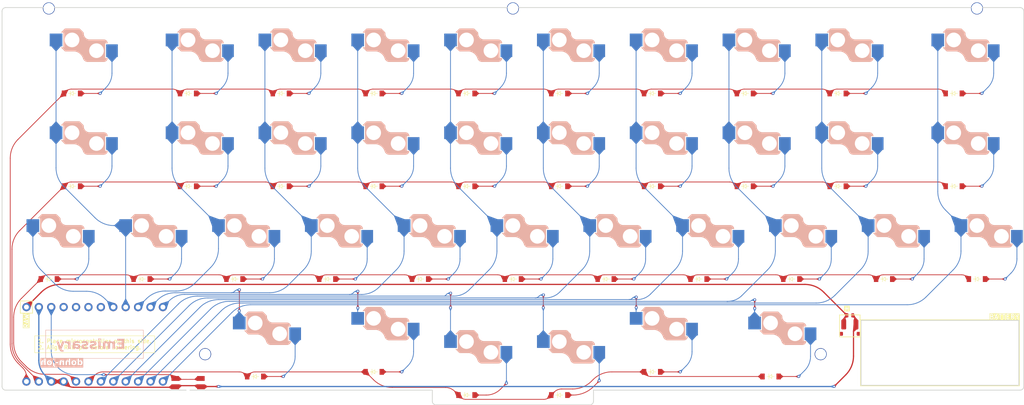
<source format=kicad_pcb>
(kicad_pcb (version 20240108) (generator "pcbnew") (generator_version "8.0")
  (title_block (title "emissary") (rev "v1.0.0") (company "Unknown"))
  (layers (0 "F.Cu" signal) (31 "B.Cu" signal) (34 "B.Paste" user) (35 "F.Paste" user) (36 "B.SilkS" user "B.Silkscreen") (37 "F.SilkS" user "F.Silkscreen") (38 "B.Mask" user) (39 "F.Mask" user) (44 "Edge.Cuts" user))
  (net 0 "")
  (net 1 "RAW")
  (net 2 "GND")
  (net 3 "RST")
  (net 4 "VCC")
  (net 5 "P21")
  (net 6 "P20")
  (net 7 "P19")
  (net 8 "C0")
  (net 9 "C1")
  (net 10 "C2")
  (net 11 "C3")
  (net 12 "C4")
  (net 13 "R1")
  (net 14 "R2")
  (net 15 "R3")
  (net 16 "R4")
  (net 17 "C5")
  (net 18 "C6")
  (net 19 "C7")
  (net 20 "C8")
  (net 21 "C9")
  (net 22 "C10")
  (net 23 "q_top")
  (net 24 "w_top")
  (net 25 "e_top")
  (net 26 "r_top")
  (net 27 "t_top")
  (net 28 "y_top")
  (net 29 "u_top")
  (net 30 "i_top")
  (net 31 "o_top")
  (net 32 "p_top")
  (net 33 "a_home")
  (net 34 "s_home")
  (net 35 "d_home")
  (net 36 "f_home")
  (net 37 "g_home")
  (net 38 "h_home")
  (net 39 "j_home")
  (net 40 "k_home")
  (net 41 "l_home")
  (net 42 "semi_home")
  (net 43 "extra_bottom")
  (net 44 "z_bottom")
  (net 45 "x_bottom")
  (net 46 "c_bottom")
  (net 47 "v_bottom")
  (net 48 "b_bottom")
  (net 49 "n_bottom")
  (net 50 "m_bottom")
  (net 51 "comma_bottom")
  (net 52 "dot_bottom")
  (net 53 "slash_bottom")
  (net 54 "flex_thumb")
  (net 55 "base_thumb")
  (net 56 "ext_thumb")
  (net 57 "ext2_thumb")
  (net 58 "base2_thumb")
  (net 59 "flex2_thumb")
  (footprint "ComboDiode" (layer "F.Cu") (at 156.75 5)
    (property "Reference" "D9" (hide yes))
    (property "Value" "")
  )
  (footprint "mounting_hole" (layer "F.Cu") (at 90.25 -12.4)
    (property "Reference" "H2" (hide yes))
    (property "Value" "")
  )
  (footprint "ComboDiode" (layer "F.Cu") (at 23.75 5)
    (property "Reference" "D2" (hide yes))
    (property "Value" "")
  )
  (footprint "ComboDiode" (layer "F.Cu") (at 23.75 24)
    (property "Reference" "D12" (hide yes))
    (property "Value" "")
  )
  (footprint "ComboDiode" (layer "F.Cu") (at 185.25 43)
    (property "Reference" "D31" (hide yes))
    (property "Value" "")
  )
  (footprint "conn_molex_pico_front" (layer "F.Cu") (at 159.225 52.31)
    (property "Reference" "CONN1" (hide yes))
    (property "Value" "")
  )
  (footprint "ComboDiode" (layer "F.Cu") (at 61.75 24)
    (property "Reference" "D14" (hide yes))
    (property "Value" "")
  )
  (footprint "mounting_hole" (layer "F.Cu") (at -4.75 -12.4)
    (property "Reference" "H1" (hide yes))
    (property "Value" "")
  )
  (footprint "ComboDiode" (layer "F.Cu") (at 180.5 5)
    (property "Reference" "D10" (hide yes))
    (property "Value" "")
  )
  (footprint "mounting_hole" (layer "F.Cu") (at 27.25 58.375)
    (property "Reference" "H4" (hide yes))
    (property "Value" "")
  )
  (footprint "ComboDiode" (layer "F.Cu") (at 99.75 24)
    (property "Reference" "D16" (hide yes))
    (property "Value" "")
  )
  (footprint "ComboDiode" (layer "F.Cu") (at 71.25 43)
    (property "Reference" "D25" (hide yes))
    (property "Value" "")
  )
  (footprint "1:supermini_front" (layer "F.Cu") (at 3.36 56.36 90)
    (property "Reference" "MCU1" (hide yes))
    (property "Value" "")
  )
  (footprint "ComboDiode" (layer "F.Cu") (at 143 62.95)
    (property "Reference" "D37" (hide yes))
    (property "Value" "")
  )
  (footprint "ComboDiode" (layer "F.Cu") (at 99.75 66.75)
    (property "Reference" "D35" (hide yes))
    (property "Value" "")
  )
  (footprint "ComboDiode" (layer "F.Cu") (at 156.75 24)
    (property "Reference" "D19" (hide yes))
    (property "Value" "")
  )
  (footprint "ComboDiode" (layer "F.Cu") (at 109.25 43)
    (property "Reference" "D27" (hide yes))
    (property "Value" "")
  )
  (footprint "ComboDiode" (layer "F.Cu") (at 33.25 43)
    (property "Reference" "D23" (hide yes))
    (property "Value" "")
  )
  (footprint "ComboDiode" (layer "F.Cu") (at 14.25 43)
    (property "Reference" "D22" (hide yes))
    (property "Value" "")
  )
  (footprint "ComboDiode" (layer "F.Cu") (at 137.75 24)
    (property "Reference" "D18" (hide yes))
    (property "Value" "")
  )
  (footprint "ComboDiode" (layer "F.Cu") (at 37.5 62.95)
    (property "Reference" "D32" (hide yes))
    (property "Value" "")
  )
  (footprint "ComboDiode" (layer "F.Cu") (at 0 24)
    (property "Reference" "D11" (hide yes))
    (property "Value" "")
  )
  (footprint "ComboDiode" (layer "F.Cu") (at 128.25 43)
    (property "Reference" "D28" (hide yes))
    (property "Value" "")
  )
  (footprint "sw_reset_side" (layer "F.Cu") (at 23.75 64.2 180)
    (property "Reference" "SW1" (hide yes))
    (property "Value" "reset_button")
  )
  (footprint "ComboDiode" (layer "F.Cu") (at 42.75 24)
    (property "Reference" "D13" (hide yes))
    (property "Value" "")
  )
  (footprint "ComboDiode" (layer "F.Cu") (at 137.75 5)
    (property "Reference" "D8" (hide yes))
    (property "Value" "")
  )
  (footprint "ComboDiode" (layer "F.Cu") (at 180.5 24)
    (property "Reference" "D20" (hide yes))
    (property "Value" "")
  )
  (footprint "ComboDiode" (layer "F.Cu") (at 147.25 43)
    (property "Reference" "D29" (hide yes))
    (property "Value" "")
  )
  (footprint "mounting_hole" (layer "F.Cu") (at 153.25 58.375)
    (property "Reference" "H5" (hide yes))
    (property "Value" "")
  )
  (footprint "ComboDiode" (layer "F.Cu") (at 61.75 62)
    (property "Reference" "D33" (hide yes))
    (property "Value" "")
  )
  (footprint "ComboDiode" (layer "F.Cu") (at -4.75 43)
    (property "Reference" "D21" (hide yes))
    (property "Value" "")
  )
  (footprint "ComboDiode" (layer "F.Cu") (at 90.25 43)
    (property "Reference" "D26" (hide yes))
    (property "Value" "")
  )
  (footprint "ComboDiode" (layer "F.Cu") (at 80.75 5)
    (property "Reference" "D5" (hide yes))
    (property "Value" "")
  )
  (footprint "ComboDiode" (layer "F.Cu") (at 80.75 66.75)
    (property "Reference" "D34" (hide yes))
    (property "Value" "")
  )
  (footprint "ComboDiode" (layer "F.Cu") (at 52.25 43)
    (property "Reference" "D24" (hide yes))
    (property "Value" "")
  )
  (footprint "ComboDiode" (layer "F.Cu") (at 61.75 5)
    (property "Reference" "D4" (hide yes))
    (property "Value" "")
  )
  (footprint "1:battery_pads" (layer "F.Cu") (at 159.225 52.31)
    (property "Reference" "PAD1" (hide yes))
    (property "Value" "")
  )
  (footprint "ComboDiode" (layer "F.Cu") (at 118.75 62)
    (property "Reference" "D36" (hide yes))
    (property "Value" "")
  )
  (footprint "ComboDiode" (layer "F.Cu") (at 166.25 43)
    (property "Reference" "D30" (hide yes))
    (property "Value" "")
  )
  (footprint "ComboDiode" (layer "F.Cu") (at 118.75 24)
    (property "Reference" "D17" (hide yes))
    (property "Value" "")
  )
  (footprint "ComboDiode" (layer "F.Cu") (at 99.75 5)
    (property "Reference" "D6" (hide yes))
    (property "Value" "")
  )
  (footprint "ComboDiode" (layer "F.Cu") (at 42.75 5)
    (property "Reference" "D3" (hide yes))
    (property "Value" "")
  )
  (footprint "ComboDiode" (layer "F.Cu") (at 118.75 5)
    (property "Reference" "D7" (hide yes))
    (property "Value" "")
  )
  (footprint "ComboDiode" (layer "F.Cu") (at 0 5)
    (property "Reference" "D1" (hide yes))
    (property "Value" "")
  )
  (footprint "mounting_hole" (layer "F.Cu") (at 185.25 -12.4)
    (property "Reference" "H3" (hide yes))
    (property "Value" "")
  )
  (footprint "ComboDiode" (layer "F.Cu") (at 80.75 24)
    (property "Reference" "D15" (hide yes))
    (property "Value" "")
  )
  (footprint "1:switch_choc_v1_v2_filled" (layer "B.Cu") (at 143 57.95)
    (property "Reference" "S37" (hide yes))
    (property "Value" "")
  )
  (footprint "1:switch_choc_v1_v2_filled" (layer "B.Cu") (at 14.25 38)
    (property "Reference" "S22" (hide yes))
    (property "Value" "")
  )
  (footprint "1:switch_choc_v1_v2_filled" (layer "B.Cu") (at 156.75 0)
    (property "Reference" "S9" (hide yes))
    (property "Value" "")
  )
  (footprint "1:switch_choc_v1_v2_filled" (layer "B.Cu") (at 37.5 57.95)
    (property "Reference" "S32" (hide yes))
    (property "Value" "")
  )
  (footprint "1:switch_choc_v1_v2_filled" (layer "B.Cu") (at 42.75 0)
    (property "Reference" "S3" (hide yes))
    (property "Value" "")
  )
  (footprint "1:switch_choc_v1_v2_filled" (layer "B.Cu") (at 61.75 57)
    (property "Reference" "S33" (hide yes))
    (property "Value" "")
  )
  (footprint "1:switch_choc_v1_v2_filled" (layer "B.Cu") (at 80.75 61.75)
    (property "Reference" "S34" (hide yes))
    (property "Value" "")
  )
  (footprint "1:switch_choc_v1_v2_filled" (layer "B.Cu") (at 33.25 38)
    (property "Reference" "S23" (hide yes))
    (property "Value" "")
  )
  (footprint "1:switch_choc_v1_v2_filled" (layer "B.Cu") (at 118.75 19)
    (property "Reference" "S17" (hide yes))
    (property "Value" "")
  )
  (footprint "1:switch_choc_v1_v2_filled" (layer "B.Cu") (at 99.75 0)
    (property "Reference" "S6" (hide yes))
    (property "Value" "")
  )
  (footprint "1:switch_choc_v1_v2_filled" (layer "B.Cu") (at 90.25 38)
    (property "Reference" "S26" (hide yes))
    (property "Value" "")
  )
  (footprint "1:switch_choc_v1_v2_filled" (layer "B.Cu") (at 156.75 19)
    (property "Reference" "S19" (hide yes))
    (property "Value" "")
  )
  (footprint "1:switch_choc_v1_v2_filled" (layer "B.Cu") (at 71.25 38)
    (property "Reference" "S25" (hide yes))
    (property "Value" "")
  )
  (footprint "1:switch_choc_v1_v2_filled" (layer "B.Cu") (at 109.25 38)
    (property "Reference" "S27" (hide yes))
    (property "Value" "")
  )
  (footprint "1:switch_choc_v1_v2_filled" (layer "B.Cu") (at 180.5 19)
    (property "Reference" "S20" (hide yes))
    (property "Value" "")
  )
  (footprint "1:switch_choc_v1_v2_filled" (layer "B.Cu") (at 185.25 38)
    (property "Reference" "S31" (hide yes))
    (property "Value" "")
  )
  (footprint "1:switch_choc_v1_v2_filled" (layer "B.Cu") (at 118.75 57)
    (property "Reference" "S36" (hide yes))
    (property "Value" "")
  )
  (footprint "1:switch_choc_v1_v2_filled" (layer "B.Cu") (at 52.25 38)
    (property "Reference" "S24" (hide yes))
    (property "Value" "")
  )
  (footprint "1:switch_choc_v1_v2_filled" (layer "B.Cu") (at 23.75 0)
    (property "Reference" "S2" (hide yes))
    (property "Value" "")
  )
  (footprint "1:switch_choc_v1_v2_filled" (layer "B.Cu") (at 137.75 19)
    (property "Reference" "S18" (hide yes))
    (property "Value" "")
  )
  (footprint "1:switch_choc_v1_v2_filled" (layer "B.Cu") (at 42.75 19)
    (property "Reference" "S13" (hide yes))
    (property "Value" "")
  )
  (footprint "1:switch_choc_v1_v2_filled" (layer "B.Cu") (at 147.25 38)
    (property "Reference" "S29" (hide yes))
    (property "Value" "")
  )
  (footprint "1:switch_choc_v1_v2_filled" (layer "B.Cu") (at 137.75 0)
    (property "Reference" "S8" (hide yes))
    (property "Value" "")
  )
  (footprint "1:switch_choc_v1_v2_filled" (layer "B.Cu") (at 61.75 19)
    (property "Reference" "S14" (hide yes))
    (property "Value" "")
  )
  (footprint "1:switch_choc_v1_v2_filled" (layer "B.Cu") (at 166.25 38)
    (property "Reference" "S30" (hide yes))
    (property "Value" "")
  )
  (footprint "1:switch_choc_v1_v2_filled" (layer "B.Cu") (at 180.5 0)
    (property "Reference" "S10" (hide yes))
    (property "Value" "")
  )
  (footprint "1:switch_choc_v1_v2_filled" (layer "B.Cu") (at 80.75 0)
    (property "Reference" "S5" (hide yes))
    (property "Value" "")
  )
  (footprint "1:switch_choc_v1_v2_filled" (layer "B.Cu") (at 0 0)
    (property "Reference" "S1" (hide yes))
    (property "Value" "")
  )
  (footprint "1:switch_choc_v1_v2_filled" (layer "B.Cu") (at 99.75 61.75)
    (property "Reference" "S35" (hide yes))
    (property "Value" "")
  )
  (footprint "1:switch_choc_v1_v2_filled" (layer "B.Cu") (at 99.75 19)
    (property "Reference" "S16" (hide yes))
    (property "Value" "")
  )
  (footprint "1:switch_choc_v1_v2_filled" (layer "B.Cu") (at 61.75 0)
    (property "Reference" "S4" (hide yes))
    (property "Value" "")
  )
  (footprint "1:switch_choc_v1_v2_filled" (layer "B.Cu") (at 80.75 19)
    (property "Reference" "S15" (hide yes))
    (property "Value" "")
  )
  (footprint "1:switch_choc_v1_v2_filled" (layer "B.Cu") (at 23.75 19)
    (property "Reference" "S12" (hide yes))
    (property "Value" "")
  )
  (footprint "1:switch_choc_v1_v2_filled" (layer "B.Cu") (at 128.25 38)
    (property "Reference" "S28" (hide yes))
    (property "Value" "")
  )
  (footprint "1:switch_choc_v1_v2_filled" (layer "B.Cu") (at 0 19)
    (property "Reference" "S11" (hide yes))
    (property "Value" "")
  )
  (footprint "1:switch_choc_v1_v2_filled" (layer "B.Cu") (at 118.75 0)
    (property "Reference" "S7" (hide yes))
    (property "Value" "")
  )
  (footprint "1:switch_choc_v1_v2_filled" (layer "B.Cu") (at -4.75 38)
    (property "Reference" "S21" (hide yes))
    (property "Value" "")
  )
  (gr_rect (start -5.4 53.45) (end 14.6 59.25) (stroke (width 0.1)) (fill none) (layer "B.SilkS"))
  (gr_line (start 193.9255 51.35) (end 161.4255 51.35) (stroke (width 0.15)) (layer "F.SilkS"))
  (gr_line (start 161.4255 51.35) (end 161.4255 64.85) (stroke (width 0.15)) (layer "F.SilkS"))
  (gr_line (start 161.4255 64.85) (end 193.9255 64.85) (stroke (width 0.15)) (layer "F.SilkS"))
  (gr_line (start 193.9255 64.85) (end 193.9255 51.35) (stroke (width 0.15)) (layer "F.SilkS"))
  (gr_line (start 106.75 68) (end 106.75 65.75) (stroke (width 0.15)) (layer "Edge.Cuts"))
  (gr_line (start 161.5255 51.45) (end 161.5255 64.75) (stroke (width 0.15)) (layer "Edge.Cuts"))
  (gr_arc (start 74.5 68.75) (mid 73.96967 68.53033) (end 73.75 68) (stroke (width 0.15)) (layer "Edge.Cuts"))
  (gr_arc (start 194.0755 -12.575) (mid 194.60583 -12.35533) (end 194.8255 -11.825) (stroke (width 0.15)) (layer "Edge.Cuts"))
  (gr_line (start -14.3255 65) (end -14.3255 -11.825) (stroke (width 0.15)) (layer "Edge.Cuts"))
  (gr_line (start -13.5755 65.75) (end 73.75 65.75) (stroke (width 0.15)) (layer "Edge.Cuts"))
  (gr_arc (start 106.75 68) (mid 106.53033 68.53033) (end 106 68.75) (stroke (width 0.15)) (layer "Edge.Cuts"))
  (gr_arc (start -14.3255 -11.825) (mid -14.10583 -12.35533) (end -13.5755 -12.575) (stroke (width 0.15)) (layer "Edge.Cuts"))
  (gr_line (start 74.5 68.75) (end 106 68.75) (stroke (width 0.15)) (layer "Edge.Cuts"))
  (gr_line (start 73.75 65.75) (end 73.75 68) (stroke (width 0.15)) (layer "Edge.Cuts"))
  (gr_line (start 194.8255 65) (end 194.8255 -11.825) (stroke (width 0.15)) (layer "Edge.Cuts"))
  (gr_line (start 161.5255 64.75) (end 193.8255 64.75) (stroke (width 0.15)) (layer "Edge.Cuts"))
  (gr_line (start 193.8255 64.75) (end 193.8255 51.45) (stroke (width 0.15)) (layer "Edge.Cuts"))
  (gr_arc (start -13.5755 65.75) (mid -14.10583 65.53033) (end -14.3255 65) (stroke (width 0.15)) (layer "Edge.Cuts"))
  (gr_line (start 106.75 65.75) (end 194.0755 65.75) (stroke (width 0.15)) (layer "Edge.Cuts"))
  (gr_line (start 194.0755 -12.575) (end -13.5755 -12.575) (stroke (width 0.15)) (layer "Edge.Cuts"))
  (gr_arc (start 194.8255 65) (mid 194.60583 65.53033) (end 194.0755 65.75) (stroke (width 0.15)) (layer "Edge.Cuts"))
  (gr_line (start 193.8255 51.45) (end 161.5255 51.45) (stroke (width 0.15)) (layer "Edge.Cuts"))
  (gr_text "Emissary" (at 10.925154 57.6131 0) (layer "B.SilkS") (effects (font (size 2 2) (thickness 0.1) (italic yes)) (justify left bottom mirror)))
  (gr_text "dohn-joh" (at 2.229891 60.821696 0) (layer "B.SilkS" knockout) (effects (font (size 1.25 1.25)) (justify left bottom mirror)))
  (gr_text "BATTERY" (at 190.83821 50.75 0) (layer "F.SilkS" knockout) (effects (font (size 1 1))))
  (gr_text_box "1. Place microcontroller on this side.\n2. Align RAW pin before soldering." (start -7.64178 54.62498) (end 16.906111 58.075) (layer "F.SilkS") (effects (font (size 0.8 0.8)) (justify left top)) (border yes) (stroke (width 0.1)))
  (segment (start 158.625 50.435) (end 158.3 50.76) (width 0.25) (layer "F.Cu") (net 1))
  (segment (start 157.975 51.544619) (end 157.975 52.31) (width 0.25) (layer "F.Cu") (net 1))
  (segment (start -2.446036 44.1) (end 150.036036 44.1) (width 0.25) (layer "F.Cu") (net 1))
  (segment (start 153.883792 45.693792) (end 158.625 50.435) (width 0.25) (layer "F.Cu") (net 1))
  (segment (start -6.293792 45.693792) (end -9.34 48.74) (width 0.25) (layer "F.Cu") (net 1))
  (arc (start -2.446036 44.1) (mid -4.528426 44.514213) (end -6.293792 45.693792) (width 0.25) (layer "F.Cu") (net 1))
  (arc (start 150.036036 44.1) (mid 152.118426 44.514213) (end 153.883792 45.693792) (width 0.25) (layer "F.Cu") (net 1))
  (arc (start 158.3 50.76) (mid 158.059464 51.119986) (end 157.975 51.544619) (width 0.25) (layer "F.Cu") (net 1))
  (segment (start 21.104749 65.070249) (end 21.100905 65.074093) (width 0.25) (layer "F.Cu") (net 2))
  (segment (start 21.092718 65.082281) (end 21.08453 65.090468) (width 0.25) (layer "F.Cu") (net 2))
  (segment (start 21.075187 65.099812) (end 21.0725 65.1025) (width 0.25) (layer "F.Cu") (net 2))
  (segment (start 21.231749 64.943249) (end 21.227874 64.947124) (width 0.25) (layer "F.Cu") (net 2))
  (segment (start 21.164593 65.010405) (end 21.161999 65.012999) (width 0.25) (layer "F.Cu") (net 2))
  (segment (start 156 65) (end 158.381207 62.618792) (width 0.25) (layer "F.Cu") (net 2))
  (segment (start 21.08453 65.090468) (end 21.080562 65.094437) (width 0.25) (layer "F.Cu") (net 2))
  (segment (start -2.55085 63.98) (end -4.26 63.98) (width 0.25) (layer "F.Cu") (net 2))
  (segment (start 160.475 52.30011) (end 160.475 52.571719) (width 0.25) (layer "F.Cu") (net 2))
  (segment (start 21.193 64.982) (end 21.1775 64.9975) (width 0.25) (layer "F.Cu") (net 2))
  (segment (start 160.15 50.76) (end 159.825 50.435) (width 0.25) (layer "F.Cu") (net 2))
  (segment (start 21.227874 64.947124) (end 21.223999 64.950999) (width 0.25) (layer "F.Cu") (net 2))
  (segment (start 21.223999 64.950999) (end 21.220124 64.954874) (width 0.25) (layer "F.Cu") (net 2))
  (segment (start 21.219155 64.955842) (end 21.213342 64.961655) (width 0.25) (layer "F.Cu") (net 2))
  (segment (start 21.153374 65.021624) (end 21.144749 65.030249) (width 0.25) (layer "F.Cu") (net 2))
  (segment (start 30 65) (end 26.460355 65) (width 0.25) (layer "F.Cu") (net 2))
  (segment (start 21.171468 65.003531) (end 21.1775 64.9975) (width 0.25) (layer "F.Cu") (net 2))
  (segment (start 25.984072 64.821) (end 21.515927 64.821) (width 0.25) (layer "F.Cu") (net 2))
  (segment (start 160.225 53.083439) (end 160.289936 53.018502) (width 0.25) (layer "F.Cu") (net 2))
  (segment (start 21.144749 65.030249) (end 21.136499 65.038499) (width 0.25) (layer "F.Cu") (net 2))
  (segment (start 21.120624 65.054374) (end 21.104749 65.070249) (width 0.25) (layer "F.Cu") (net 2))
  (segment (start 21.080562 65.094437) (end 21.075187 65.099812) (width 0.25) (layer "F.Cu") (net 2))
  (segment (start 160.475 51.796449) (end 160.475 52.30011) (width 0.25) (layer "F.Cu") (net 2))
  (segment (start 160.475 51.544619) (end 160.475 51.796449) (width 0.25) (layer "F.Cu") (net 2))
  (segment (start 20.945753 65.155) (end 0.28585 65.155) (width 0.25) (layer "F.Cu") (net 2))
  (segment (start 21.235624 64.939374) (end 21.236593 64.938405) (width 0.25) (layer "F.Cu") (net 2))
  (segment (start 21.136499 65.038499) (end 21.120624 65.054374) (width 0.25) (layer "F.Cu") (net 2))
  (segment (start 159.975 53.686992) (end 159.975 58.771036) (width 0.25) (layer "F.Cu") (net 2))
  (segment (start 21.100905 65.074093) (end 21.092718 65.082281) (width 0.25) (layer "F.Cu") (net 2))
  (segment (start 21.208499 64.966499) (end 21.213342 64.961655) (width 0.25) (layer "F.Cu") (net 2))
  (segment (start 21.219155 64.955842) (end 21.220124 64.954874) (width 0.25) (layer "F.Cu") (net 2))
  (segment (start 21.168031 65.006968) (end 21.164593 65.010405) (width 0.25) (layer "F.Cu") (net 2))
  (segment (start 21.208499 64.966499) (end 21.193 64.982) (width 0.25) (layer "F.Cu") (net 2))
  (segment (start 26.2605 64.9355) (end 26.35 65.025) (width 0.25) (layer "F.Cu") (net 2))
  (segment (start 21.238531 64.936468) (end 21.236593 64.938405) (width 0.25) (layer "F.Cu") (net 2))
  (segment (start 21.235624 64.939374) (end 21.231749 64.943249) (width 0.25) (layer "F.Cu") (net 2))
  (segment (start 21.171468 65.003531) (end 21.168031 65.006968) (width 0.25) (layer "F.Cu") (net 2))
  (segment (start 21.2395 64.9355) (end 21.238531 64.936468) (width 0.25) (layer "F.Cu") (net 2))
  (segment (start 21.161999 65.012999) (end 21.153374 65.021624) (width 0.25) (layer "F.Cu") (net 2))
  (via (at 30 65) (size 0.6) (drill 0.3) (layers "F.Cu" "B.Cu") (net 2))
  (via (at 156 65) (size 0.6) (drill 0.3) (layers "F.Cu" "B.Cu") (net 2))
  (arc (start 160.475 51.544619) (mid 160.390535 51.119986) (end 160.15 50.76) (width 0.25) (layer "F.Cu") (net 2))
  (arc (start 20.945753 65.155) (mid 21.014348 65.141355) (end 21.0725 65.1025) (width 0.25) (layer "F.Cu") (net 2))
  (arc (start 160.289936 53.018502) (mid 160.426903 52.813516) (end 160.475 52.571719) (width 0.25) (layer "F.Cu") (net 2))
  (arc (start 160.225 53.083439) (mid 160.039972 53.360351) (end 159.975 53.686992) (width 0.25) (layer "F.Cu") (net 2))
  (arc (start 26.2605 64.9355) (mid 26.133673 64.850757) (end 25.984072 64.821) (width 0.25) (layer "F.Cu") (net 2))
  (arc (start 159.975 58.771036) (mid 159.560786 60.853426) (end 158.381207 62.618792) (width 0.25) (layer "F.Cu") (net 2))
  (arc (start 26.4 65.025) (mid 26.375 65.035355) (end 26.35 65.025) (width 0.25) (layer "F.Cu") (net 2))
  (arc (start 21.2395 64.9355) (mid 21.366325 64.850757) (end 21.515927 64.821) (width 0.25) (layer "F.Cu") (net 2))
  (arc (start -1.1325 64.5675) (mid -1.783244 64.132686) (end -2.55085 63.98) (width 0.25) (layer "F.Cu") (net 2))
  (arc (start -1.1325 64.5675) (mid -0.481755 65.002313) (end 0.28585 65.155) (width 0.25) (layer "F.Cu") (net 2))
  (arc (start 26.4 65.025) (mid 26.427691 65.006497) (end 26.460355 65) (width 0.25) (layer "F.Cu") (net 2))
  (segment (start 30 65) (end 156 65) (width 0.25) (layer "B.Cu") (net 2))
  (segment (start -6.8 59.643948) (end -6.8 48.74) (width 0.25) (layer "B.Cu") (net 2))
  (segment (start -5.53 62.71) (end -4.26 63.98) (width 0.25) (layer "B.Cu") (net 2))
  (arc (start -5.53 62.71) (mid -6.469937 61.303283) (end -6.8 59.643948) (width 0.25) (layer "B.Cu") (net 2))
  (segment (start 20.938374 63.163374) (end 20.964562 63.189562) (width 0.15) (layer "F.Cu") (net 3))
  (segment (start 20.999203 63.224203) (end 21.008484 63.233484) (width 0.15) (layer "F.Cu") (net 3))
  (segment (start 21.158562 63.383562) (end 21.155765 63.380765) (width 0.15) (layer "F.Cu") (net 3))
  (segment (start 20.826749 63.051749) (end 20.867436 63.092436) (width 0.15) (layer "F.Cu") (net 3))
  (segment (start 20.908123 63.133123) (end 20.938374 63.163374) (width 0.15) (layer "F.Cu") (net 3))
  (segment (start 21.180936 63.405936) (end 21.192124 63.417124) (width 0.15) (layer "F.Cu") (net 3))
  (segment (start 26.2855 63.4395) (end 26.375 63.35) (width 0.15) (layer "F.Cu") (net 3))
  (segment (start 20.744937 62.969937) (end 20.7375 62.9625) (width 0.15) (layer "F.Cu") (net 3))
  (segment (start 20.99075 63.21575) (end 20.999203 63.224203) (width 0.15) (layer "F.Cu") (net 3))
  (segment (start 21.0355 63.2605) (end 21.08025 63.30525) (width 0.15) (layer "F.Cu") (net 3))
  (segment (start 20.759812 62.984812) (end 20.769984 62.994984) (width 0.15) (layer "F.Cu") (net 3))
  (segment (start 21.138984 63.363984) (end 21.155765 63.380765) (width 0.15) (layer "F.Cu") (net 3))
  (segment (start 20.867436 63.092436) (end 20.908123 63.133123) (width 0.15) (layer "F.Cu") (net 3))
  (segment (start 20.826749 63.051749) (end 20.818546 63.043546) (width 0.15) (layer "F.Cu") (net 3))
  (segment (start 21.206109 63.431109) (end 21.203312 63.428312) (width 0.15) (layer "F.Cu") (net 3))
  (segment (start 21.206109 63.431109) (end 21.211703 63.436703) (width 0.15) (layer "F.Cu") (net 3))
  (segment (start 21.158562 63.383562) (end 21.169749 63.394749) (width 0.15) (layer "F.Cu") (net 3))
  (segment (start 21.08025 63.30525) (end 21.125 63.35) (width 0.15) (layer "F.Cu") (net 3))
  (segment (start 21.192124 63.417124) (end 21.203312 63.428312) (width 0.15) (layer "F.Cu") (net 3))
  (segment (start 21.169749 63.394749) (end 21.180936 63.405936) (width 0.15) (layer "F.Cu") (net 3))
  (segment (start 21.008484 63.233484) (end 21.017765 63.242765) (width 0.15) (layer "F.Cu") (net 3))
  (segment (start 21.0355 63.2605) (end 21.017765 63.242765) (width 0.15) (layer "F.Cu") (net 3))
  (segment (start 21.125 63.35) (end 21.138984 63.363984) (width 0.15) (layer "F.Cu") (net 3))
  (segment (start 19.801992 62.575) (end 6.491828 62.575) (width 0.15) (layer "F.Cu") (net 3))
  (segment (start 20.794265 63.019265) (end 20.818546 63.043546) (width 0.15) (layer "F.Cu") (net 3))
  (segment (start 20.964562 63.189562) (end 20.99075 63.21575) (width 0.15) (layer "F.Cu") (net 3))
  (segment (start 20.744937 62.969937) (end 20.759812 62.984812) (width 0.15) (layer "F.Cu") (net 3))
  (segment (start 21.211703 63.436703) (end 21.2145 63.4395) (width 0.15) (layer "F.Cu") (net 3))
  (segment (start 20.769984 62.994984) (end 20.794265 63.019265) (width 0.15) (layer "F.Cu") (net 3))
  (segment (start 26.069427 63.529) (end 21.430572 63.529) (width 0.15) (layer "F.Cu") (net 3))
  (via (at 6.491828 62.575) (size 0.6) (drill 0.3) (layers "F.Cu" "B.Cu") (net 3))
  (arc (start 19.801992 62.575) (mid 20.308285 62.675707) (end 20.7375 62.9625) (width 0.15) (layer "F.Cu") (net 3))
  (arc (start 26.2855 63.4395) (mid 26.186365 63.505739) (end 26.069427 63.529) (width 0.15) (layer "F.Cu") (net 3))
  (arc (start 21.2145 63.4395) (mid 21.313634 63.505739) (end 21.430572 63.529) (width 0.15) (layer "F.Cu") (net 3))
  (segment (start 0.579647 62.575) (end 6.491828 62.575) (width 0.15) (layer "B.Cu") (net 3))
  (segment (start -4.26 57.735352) (end -4.26 48.74) (width 0.15) (layer "B.Cu") (net 3))
  (arc (start -2.8425 61.1575) (mid -1.272405 62.206603) (end 0.579647 62.575) (width 0.15) (layer "B.Cu") (net 3))
  (arc (start -4.26 57.735352) (mid -3.891603 59.587405) (end -2.8425 61.1575) (width 0.15) (layer "B.Cu") (net 3))
  (segment (start -8.025 37.221036) (end -8.025 32.05) (width 0.15) (layer "B.Cu") (net 8))
  (segment (start 0.253963 45.5) (end 2.946036 45.5) (width 0.15) (layer "B.Cu") (net 8))
  (segment (start -3.593792 43.906207) (end -6.431207 41.068792) (width 0.15) (layer "B.Cu") (net 8))
  (segment (start 6.793792 47.093792) (end 8.44 48.74) (width 0.15) (layer "B.Cu") (net 8))
  (arc (start 0.253963 45.5) (mid -1.828427 45.085786) (end -3.593792 43.906207) (width 0.15) (layer "B.Cu") (net 8))
  (arc (start -6.431207 41.068792) (mid -7.610786 39.303426) (end -8.025 37.221036) (width 0.15) (layer "B.Cu") (net 8))
  (arc (start 6.793792 47.093792) (mid 5.028426 45.914213) (end 2.946036 45.5) (width 0.15) (layer "B.Cu") (net 8))
  (segment (start 4.706207 30.456207) (end -1.681207 24.068792) (width 0.15) (layer "B.Cu") (net 9))
  (segment (start -3.275 13.05) (end -3.275 20.221036) (width 0.15) (layer "B.Cu") (net 9))
  (segment (start -3.275 13.05) (end -3.275 -5.95) (width 0.15) (layer "B.Cu") (net 9))
  (segment (start 10.975 48.731464) (end 10.975 32.05) (width 0.15) (layer "B.Cu") (net 9))
  (segment (start 8.553963 32.05) (end 10.975 32.05) (width 0.15) (layer "B.Cu") (net 9))
  (segment (start 10.9775 48.7375) (end 10.98 48.74) (width 0.15) (layer "B.Cu") (net 9))
  (arc (start 10.975 48.731464) (mid 10.975649 48.73473) (end 10.9775 48.7375) (width 0.15) (layer "B.Cu") (net 9))
  (arc (start 4.706207 30.456207) (mid 6.471572 31.635786) (end 8.553963 32.05) (width 0.15) (layer "B.Cu") (net 9))
  (arc (start -1.681207 24.068792) (mid -2.860786 22.303426) (end -3.275 20.221036) (width 0.15) (layer "B.Cu") (net 9))
  (segment (start 22.068792 24.143792) (end 29.975 32.05) (width 0.15) (layer "B.Cu") (net 10))
  (segment (start 29.975 36.771036) (end 29.975 32.05) (width 0.15) (layer "B.Cu") (net 10))
  (segment (start 25.143792 43.856207) (end 28.381207 40.618792) (width 0.15) (layer "B.Cu") (net 10))
  (segment (start 20.475 13.05) (end 20.475 -5.95) (width 0.15) (layer "B.Cu") (net 10))
  (segment (start 21.296036 45.45) (end 19.063963 45.45) (width 0.15) (layer "B.Cu") (net 10))
  (segment (start 15.216207 47.043792) (end 13.52 48.74) (width 0.15) (layer "B.Cu") (net 10))
  (segment (start 20.475 20.296036) (end 20.475 13.05) (width 0.15) (layer "B.Cu") (net 10))
  (arc (start 21.296036 45.45) (mid 23.378426 45.035786) (end 25.143792 43.856207) (width 0.15) (layer "B.Cu") (net 10))
  (arc (start 19.063963 45.45) (mid 16.981572 45.864213) (end 15.216207 47.043792) (width 0.15) (layer "B.Cu") (net 10))
  (arc (start 22.068792 24.143792) (mid 20.889213 22.378426) (end 20.475 20.296036) (width 0.15) (layer "B.Cu") (net 10))
  (arc (start 29.975 36.771036) (mid 29.560786 38.853426) (end 28.381207 40.618792) (width 0.15) (layer "B.Cu") (net 10))
  (segment (start 34.25 49.457322) (end 34.25 45.2) (width 0.15) (layer "F.Cu") (net 11))
  (segment (start 34.2375 49.4875) (end 34.225 49.5) (width 0.15) (layer "F.Cu") (net 11))
  (via (at 34.25 45.2) (size 0.6) (drill 0.3) (layers "F.Cu" "B.Cu") (net 11))
  (via (at 34.225 49.5) (size 0.6) (drill 0.3) (layers "F.Cu" "B.Cu") (net 11))
  (arc (start 34.25 49.457322) (mid 34.246751 49.473654) (end 34.2375 49.4875) (width 0.15) (layer "F.Cu") (net 11))
  (segment (start 41.068792 24.143792) (end 48.975 32.05) (width 0.15) (layer "B.Cu") (net 11))
  (segment (start 32.575735 45.8) (end 21.078893 45.8) (width 0.15) (layer "B.Cu") (net 11))
  (segment (start 39.475 13.05) (end 39.475 -5.95) (width 0.15) (layer "B.Cu") (net 11))
  (segment (start 17.53 47.27) (end 16.06 48.74) (width 0.15) (layer "B.Cu") (net 11))
  (segment (start 48.975 32.05) (end 48.975 37.271036) (width 0.15) (layer "B.Cu") (net 11))
  (segment (start 32.575735 45.8) (end 40.446036 45.8) (width 0.15) (layer "B.Cu") (net 11))
  (segment (start 34.25 45.2) (end 33.925 45.2) (width 0.15) (layer "B.Cu") (net 11))
  (segment (start 33.299999 45.499999) (end 33.37019 45.429809) (width 0.15) (layer "B.Cu") (net 11))
  (segment (start 44.293792 44.206207) (end 47.381207 41.118792) (width 0.15) (layer "B.Cu") (net 11))
  (segment (start 39.475 20.296036) (end 39.475 13.05) (width 0.15) (layer "B.Cu") (net 11))
  (segment (start 34.225 49.5) (end 34.225 52) (width 0.15) (layer "B.Cu") (net 11))
  (arc (start 33.299999 45.499999) (mid 32.967704 45.722032) (end 32.575735 45.8) (width 0.15) (layer "B.Cu") (net 11))
  (arc (start 48.975 37.271036) (mid 48.560786 39.353426) (end 47.381207 41.118792) (width 0.15) (layer "B.Cu") (net 11))
  (arc (start 33.37019 45.429809) (mid 33.624739 45.259725) (end 33.925 45.2) (width 0.15) (layer "B.Cu") (net 11))
  (arc (start 39.475 20.296036) (mid 39.889213 22.378426) (end 41.068792 24.143792) (width 0.15) (layer "B.Cu") (net 11))
  (arc (start 21.078893 45.8) (mid 19.158246 46.18204) (end 17.53 47.27) (width 0.15) (layer "B.Cu") (net 11))
  (arc (start 44.293792 44.206207) (mid 42.528426 45.385786) (end 40.446036 45.8) (width 0.15) (layer "B.Cu") (net 11))
  (segment (start 58.5 45.5) (end 58.5 48.9) (width 0.15) (layer "F.Cu") (net 12))
  (via (at 58.5 45.5) (size 0.6) (drill 0.3) (layers "F.Cu" "B.Cu") (net 12))
  (via (at 58.5 48.9) (size 0.6) (drill 0.3) (layers "F.Cu" "B.Cu") (net 12))
  (segment (start 58.5 45.5) (end 58.2 45.5) (width 0.15) (layer "B.Cu") (net 12))
  (segment (start 67.975 32.05) (end 60.068792 24.143792) (width 0.15) (layer "B.Cu") (net 12))
  (segment (start 58.5 48.9) (end 58.4875 48.9125) (width 0.15) (layer "B.Cu") (net 12))
  (segment (start 59.3 46.15) (end 56.79038 46.15) (width 0.15) (layer "B.Cu") (net 12))
  (segment (start 58.475 48.942677) (end 58.475 51.05) (width 0.15) (layer "B.Cu") (net 12))
  (segment (start 58.475 13.05) (end 58.475 -5.95) (width 0.15) (layer "B.Cu") (net 12))
  (segment (start 58.475 13.05) (end 58.475 20.296036) (width 0.15) (layer "B.Cu") (net 12))
  (segment (start 23.021406 46.15) (end 56.79038 46.15) (width 0.15) (layer "B.Cu") (net 12))
  (segment (start 57.687867 45.712132) (end 57.574999 45.824999) (width 0.15) (layer "B.Cu") (net 12))
  (segment (start 62.799568 44.70043) (end 66.381207 41.118792) (width 0.15) (layer "B.Cu") (net 12))
  (segment (start 19.895 47.445) (end 18.6 48.74) (width 0.15) (layer "B.Cu") (net 12))
  (segment (start 67.975 37.271036) (end 67.975 32.05) (width 0.15) (layer "B.Cu") (net 12))
  (arc (start 57.574999 45.824999) (mid 57.215013 46.065534) (end 56.79038 46.15) (width 0.15) (layer "B.Cu") (net 12))
  (arc (start 19.895 47.445) (mid 21.329407 46.486559) (end 23.021406 46.15) (width 0.15) (layer "B.Cu") (net 12))
  (arc (start 57.687867 45.712132) (mid 57.922835 45.555131) (end 58.2 45.5) (width 0.15) (layer "B.Cu") (net 12))
  (arc (start 58.475 48.942677) (mid 58.478248 48.926345) (end 58.4875 48.9125) (width 0.15) (layer "B.Cu") (net 12))
  (arc (start 62.799568 44.70043) (mid 61.193952 45.773269) (end 59.3 46.15) (width 0.15) (layer "B.Cu") (net 12))
  (arc (start 67.975 37.271036) (mid 67.560786 39.353426) (end 66.381207 41.118792) (width 0.15) (layer "B.Cu") (net 12))
  (arc (start 60.068792 24.143792) (mid 58.889213 22.378426) (end 58.475 20.296036) (width 0.15) (layer "B.Cu") (net 12))
  (segment (start 115.606281 4.125) (end 99.593718 4.125) (width 0.15) (layer "F.Cu") (net 13))
  (segment (start 118.593718 4.125) (end 134.606281 4.125) (width 0.15) (layer "F.Cu") (net 13))
  (segment (start -1.226171 4.576171) (end -1.2125 4.5625) (width 0.15) (layer "F.Cu") (net 13))
  (segment (start 77.606281 4.125) (end 61.593718 4.125) (width 0.15) (layer "F.Cu") (net 13))
  (segment (start 42.593718 4.125) (end 58.606281 4.125) (width 0.15) (layer "F.Cu") (net 13))
  (segment (start -1.280858 4.630858) (end -1.253514 4.603514) (width 0.15) (layer "F.Cu") (net 13))
  (segment (start -1.485936 4.835936) (end -1.595311 4.945311) (width 0.15) (layer "F.Cu") (net 13))
  (segment (start -1.704686 5.054686) (end -1.745702 5.095702) (width 0.15) (layer "F.Cu") (net 13))
  (segment (start -1.308202 4.658202) (end -1.335546 4.685546) (width 0.15) (layer "F.Cu") (net 13))
  (segment (start -1.376561 4.726561) (end -1.485936 4.835936) (width 0.15) (layer "F.Cu") (net 13))
  (segment (start -11.056207 14.406207) (end -2.032812 5.382812) (width 0.15) (layer "F.Cu") (net 13))
  (segment (start -1.80039 5.15039) (end -1.868749 5.218749) (width 0.15) (layer "F.Cu") (net 13))
  (segment (start 177.356281 4.125) (end 156.593718 4.125) (width 0.15) (layer "F.Cu") (net 13))
  (segment (start -0.156281 4.125) (end 20.606281 4.125) (width 0.15) (layer "F.Cu") (net 13))
  (segment (start -1.745702 5.095702) (end -1.773046 5.123046) (width 0.15) (layer "F.Cu") (net 13))
  (segment (start 96.606281 4.125) (end 80.593718 4.125) (width 0.15) (layer "F.Cu") (net 13))
  (segment (start -9.34 62.957487) (end -9.34 63.98) (width 0.15) (layer "F.Cu") (net 13))
  (segment (start -12.65 56.37101) (end -12.65 18.253963) (width 0.15) (layer "F.Cu") (net 13))
  (segment (start 153.606281 4.125) (end 137.593718 4.125) (width 0.15) (layer "F.Cu") (net 13))
  (segment (start 178.4125 4.5625) (end 178.85 5) (width 0.15) (layer "F.Cu") (net 13))
  (segment (start 39.606281 4.125) (end 23.593718 4.125) (width 0.15) (layer "F.Cu") (net 13))
  (segment (start -1.595311 4.945311) (end -1.704686 5.054686) (width 0.15) (layer "F.Cu") (net 13))
  (segment (start -11.056206 60.218766) (end -10.063025 61.211948) (width 0.15) (layer "F.Cu") (net 13))
  (segment (start -1.376561 4.726561) (end -1.335546 4.685546) (width 0.15) (layer "F.Cu") (net 13))
  (segment (start 97.6625 4.5625) (end 97.88125 4.78125) (width 0.15) (layer "F.Cu") (net 13))
  (segment (start -1.280858 4.630858) (end -1.308202 4.658202) (width 0.15) (layer "F.Cu") (net 13))
  (segment (start -1.226171 4.576171) (end -1.253514 4.603514) (width 0.15) (layer "F.Cu") (net 13))
  (segment (start -1.868749 5.218749) (end -2.032812 5.382812) (width 0.15) (layer "F.Cu") (net 13))
  (segment (start 98.31875 4.78125) (end 98.5375 4.5625) (width 0.15) (layer "F.Cu") (net 13))
  (segment (start -1.773046 5.123046) (end -1.80039 5.15039) (width 0.15) (layer "F.Cu") (net 13))
  (arc (start 134.606281 4.125) (mid 135.177902 4.238702) (end 135.6625 4.5625) (width 0.15) (layer "F.Cu") (net 13))
  (arc (start 155.5375 4.5625) (mid 156.022097 4.238702) (end 156.593718 4.125) (width 0.15) (layer "F.Cu") (net 13))
  (arc (start 41.5375 4.5625) (mid 41.1 4.743718) (end 40.6625 4.5625) (width 0.15) (layer "F.Cu") (net 13))
  (arc (start 20.606281 4.125) (mid 21.177902 4.238702) (end 21.6625 4.5625) (width 0.15) (layer "F.Cu") (net 13))
  (arc (start 39.606281 4.125) (mid 40.177902 4.238702) (end 40.6625 4.5625) (width 0.15) (layer "F.Cu") (net 13))
  (arc (start 41.5375 4.5625) (mid 42.022097 4.238702) (end 42.593718 4.125) (width 0.15) (layer "F.Cu") (net 13))
  (arc (start 60.5375 4.5625) (mid 61.022097 4.238702) (end 61.593718 4.125) (width 0.15) (layer "F.Cu") (net 13))
  (arc (start 98.5375 4.5625) (mid 99.022097 4.238702) (end 99.593718 4.125) (width 0.15) (layer "F.Cu") (net 13))
  (arc (start 22.5375 4.5625) (mid 22.1 4.743718) (end 21.6625 4.5625) (width 0.15) (layer "F.Cu") (net 13))
  (arc (start 59.6625 4.5625) (mid 59.177902 4.238702) (end 58.606281 4.125) (width 0.15) (layer "F.Cu") (net 13))
  (arc (start 59.6625 4.5625) (mid 60.1 4.743718) (end 60.5375 4.5625) (width 0.15) (layer "F.Cu") (net 13))
  (arc (start -9.34 62.957487) (mid -9.527908 62.012808) (end -10.063025 61.211948) (width 0.15) (layer "F.Cu") (net 13))
  (arc (start 136.5375 4.5625) (mid 136.1 4.743718) (end 135.6625 4.5625) (width 0.15) (layer "F.Cu") (net 13))
  (arc (start 117.5375 4.5625) (mid 118.022097 4.238702) (end 118.593718 4.125) (width 0.15) (layer "F.Cu") (net 13))
  (arc (start 153.606281 4.125) (mid 154.177902 4.238702) (end 154.6625 4.5625) (width 0.15) (layer "F.Cu") (net 13))
  (arc (start 177.356281 4.125) (mid 177.927902 4.238702) (end 178.4125 4.5625) (width 0.15) (layer "F.Cu") (net 13))
  (arc (start 96.606281 4.125) (mid 97.177902 4.238702) (end 97.6625 4.5625) (width 0.15) (layer "F.Cu") (net 13))
  (arc (start 77.606281 4.125) (mid 78.177902 4.238702) (end 78.6625 4.5625) (width 0.15) (layer "F.Cu") (net 13))
  (arc (start -12.65 56.37101) (mid -12.235786 58.4534) (end -11.056206 60.218766) (width 0.15) (layer "F.Cu") (net 13))
  (arc (start 97.88125 4.78125) (mid 98.1 4.871859) (end 98.31875 4.78125) (width 0.15) (layer "F.Cu") (net 13))
  (arc (start 154.6625 4.5625) (mid 155.1 4.743718) (end 155.5375 4.5625) (width 0.15) (layer "F.Cu") (net 13))
  (arc (start -11.056207 14.406207) (mid -12.235786 16.171572) (end -12.65 18.253963) (width 0.15) (layer "F.Cu") (net 13))
  (arc (start 115.606281 4.125) (mid 116.177902 4.238702) (end 116.6625 4.5625) (width 0.15) (layer "F.Cu") (net 13))
  (arc (start 117.5375 4.5625) (mid 117.1 4.743718) (end 116.6625 4.5625) (width 0.15) (layer "F.Cu") (net 13))
  (arc (start 22.5375 4.5625) (mid 23.022097 4.238702) (end 23.593718 4.125) (width 0.15) (layer "F.Cu") (net 13))
  (arc (start 136.5375 4.5625) (mid 137.022097 4.238702) (end 137.593718 4.125) (width 0.15) (layer "F.Cu") (net 13))
  (arc (start -0.156281 4.125) (mid -0.727902 4.238702) (end -1.2125 4.5625) (width 0.15) (layer "F.Cu") (net 13))
  (arc (start 79.5375 4.5625) (mid 80.022097 4.238702) (end 80.593718 4.125) (width 0.15) (layer "F.Cu") (net 13))
  (arc (start 78.6625 4.5625) (mid 79.1 4.743718) (end 79.5375 4.5625) (width 0.15) (layer "F.Cu") (net 13))
  (segment (start -12.3 56.226036) (end -12.3 36.903963) (width 0.15) (layer "F.Cu") (net 14))
  (segment (start -1.540623 23.890623) (end -1.649998 23.999998) (width 0.15) (layer "F.Cu") (net 14))
  (segment (start 136.5375 23.5625) (end 136.31875 23.78125) (width 0.15) (layer "F.Cu") (net 14))
  (segment (start -1.73203 24.08203) (end -1.725194 24.075194) (width 0.15) (layer "F.Cu") (net 14))
  (segment (start 177.356281 23.125) (end 156.593718 23.125) (width 0.15) (layer "F.Cu") (net 14))
  (segment (start -1.786718 24.136718) (end -1.814062 24.164062) (width 0.15) (layer "F.Cu") (net 14))
  (segment (start -1.29453 23.64453) (end -1.321874 23.671874) (width 0.15) (layer "F.Cu") (net 14))
  (segment (start -2.224218 24.574218) (end -10.706207 33.056207) (width 0.15) (layer "F.Cu") (net 14))
  (segment (start -1.73203 24.08203) (end -1.759374 24.109374) (width 0.15) (layer "F.Cu") (net 14))
  (segment (start -1.267185 23.617185) (end -1.29453 23.64453) (width 0.15) (layer "F.Cu") (net 14))
  (segment (start -1.684178 24.034178) (end -1.725194 24.075194) (width 0.15) (layer "F.Cu") (net 14))
  (segment (start -1.431248 23.781248) (end -1.397068 23.747068) (width 0.15) (layer "F.Cu") (net 14))
  (segment (start -1.841405 24.191405) (end -1.814062 24.164062) (width 0.15) (layer "F.Cu") (net 14))
  (segment (start -1.431248 23.781248) (end -1.540623 23.890623) (width 0.15) (layer "F.Cu") (net 14))
  (segment (start 115.606281 23.125) (end 99.593718 23.125) (width 0.15) (layer "F.Cu") (net 14))
  (segment (start 135.6625 23.5625) (end 135.88125 23.78125) (width 0.15) (layer "F.Cu") (net 14))
  (segment (start 96.606281 23.125) (end 80.593718 23.125) (width 0.15) (layer "F.Cu") (net 14))
  (segment (start 58.606281 23.125) (end 42.593718 23.125) (width 0.15) (layer "F.Cu") (net 14))
  (segment (start -1.2125 23.5625) (end -1.219335 23.569335) (width 0.15) (layer "F.Cu") (net 14))
  (segment (start 39.606281 23.125) (end 23.593718 23.125) (width 0.15) (layer "F.Cu") (net 14))
  (segment (start -1.233006 23.583006) (end -1.239842 23.589842) (width 0.15) (layer "F.Cu") (net 14))
  (segment (start -1.239842 23.589842) (end -1.267185 23.617185) (width 0.15) (layer "F.Cu") (net 14))
  (segment (start 134.606281 23.125) (end 118.593718 23.125) (width 0.15) (layer "F.Cu") (net 14))
  (segment (start -1.219335 23.569335) (end -1.233006 23.583006) (width 0.15) (layer "F.Cu") (net 14))
  (segment (start 153.606281 23.125) (end 137.593718 23.125) (width 0.15) (layer "F.Cu") (net 14))
  (segment (start -2.087499 24.437499) (end -2.224218 24.574218) (width 0.15) (layer "F.Cu") (net 14))
  (segment (start -1.684178 24.034178) (end -1.649998 23.999998) (width 0.15) (layer "F.Cu") (net 14))
  (segment (start 20.606281 23.125) (end -0.156281 23.125) (width 0.15) (layer "F.Cu") (net 14))
  (segment (start 178.4125 23.5625) (end 178.85 24) (width 0.15) (layer "F.Cu") (net 14))
  (segment (start 61.593718 23.125) (end 77.606281 23.125) (width 0.15) (layer "F.Cu") (net 14))
  (segment (start -1.321874 23.671874) (end -1.349218 23.699218) (width 0.15) (layer "F.Cu") (net 14))
  (segment (start -1.95078 24.30078) (end -2.087499 24.437499) (width 0.15) (layer "F.Cu") (net 14))
  (segment (start -1.759374 24.109374) (end -1.786718 24.136718) (width 0.15) (layer "F.Cu") (net 14))
  (segment (start -1.349218 23.699218) (end -1.356053 23.706053) (width 0.15) (layer "F.Cu") (net 14))
  (segment (start -1.841405 24.191405) (end -1.923436 24.273436) (width 0.15) (layer "F.Cu") (net 14))
  (segment (start -10.706207 60.073792) (end -6.8 63.98) (width 0.15) (layer "F.Cu") (net 14))
  (segment (start -1.356053 23.706053) (end -1.397068 23.747068) (width 0.15) (layer "F.Cu") (net 14))
  (segment (start -1.923436 24.273436) (end -1.95078 24.30078) (width 0.15) (layer "F.Cu") (net 14))
  (arc (start 96.606281 23.125) (mid 97.177902 23.238702) (end 97.6625 23.5625) (width 0.15) (layer "F.Cu") (net 14))
  (arc (start 154.6625 23.5625) (mid 155.1 23.743718) (end 155.5375 23.5625) (width 0.15) (layer "F.Cu") (net 14))
  (arc (start 40.6625 23.5625) (mid 41.1 23.743718) (end 41.5375 23.5625) (width 0.15) (layer "F.Cu") (net 14))
  (arc (start 61.593718 23.125) (mid 61.022097 23.238702) (end 60.5375 23.5625) (width 0.15) (layer "F.Cu") (net 14))
  (arc (start 117.5375 23.5625) (mid 118.022097 23.238702) (end 118.593718 23.125) (width 0.15) (layer "F.Cu") (net 14))
  (arc (start -12.3 36.903963) (mid -11.885786 34.821572) (end -10.706207 33.056207) (width 0.15) (layer "F.Cu") (net 14))
  (arc (start 97.6625 23.5625) (mid 98.1 23.743718) (end 98.5375 23.5625) (width 0.15) (layer "F.Cu") (net 14))
  (arc (start 155.5375 23.5625) (mid 156.022097 23.238702) (end 156.593718 23.125) (width 0.15) (layer "F.Cu") (net 14))
  (arc (start 77.606281 23.125) (mid 78.177902 23.238702) (end 78.6625 23.5625) (width 0.15) (layer "F.Cu") (net 14))
  (arc (start 135.88125 23.78125) (mid 136.1 23.871859) (end 136.31875 23.78125) (width 0.15) (layer "F.Cu") (net 14))
  (arc (start 177.356281 23.125) (mid 177.927902 23.238702) (end 178.4125 23.5625) (width 0.15) (layer "F.Cu") (net 14))
  (arc (start 79.5375 23.5625) (mid 79.1 23.743718) (end 78.6625 23.5625) (width 0.15) (layer "F.Cu") (net 14))
  (arc (start -12.3 56.226036) (mid -11.885786 58.308426) (end -10.706207 60.073792) (width 0.15) (layer "F.Cu") (net 14))
  (arc (start 98.5375 23.5625) (mid 99.022097 23.238702) (end 99.593718 23.125) (width 0.15) (layer "F.Cu") (net 14))
  (arc (start 59.6625 23.5625) (mid 60.1 23.743718) (end 60.5375 23.5625) (width 0.15) (layer "F.Cu") (net 14))
  (arc (start 23.593718 23.125) (mid 23.022097 23.238702) (end 22.5375 23.5625) (width 0.15) (layer "F.Cu") (net 14))
  (arc (start -1.2125 23.5625) (mid -0.727902 23.238702) (end -0.156281 23.125) (width 0.15) (layer "F.Cu") (net 14))
  (arc (start 79.5375 23.5625) (mid 80.022097 23.238702) (end 80.593718 23.125) (width 0.15) (layer "F.Cu") (net 14))
  (arc (start 41.5375 23.5625) (mid 42.022097 23.238702) (end 42.593718 23.125) (width 0.15) (layer "F.Cu") (net 14))
  (arc (start 21.6625 23.5625) (mid 22.1 23.743718) (end 22.5375 23.5625) (width 0.15) (layer "F.Cu") (net 14))
  (arc (start 116.6625 23.5625) (mid 117.1 23.743718) (end 117.5375 23.5625) (width 0.15) (layer "F.Cu") (net 14))
  (arc (start 58.606281 23.125) (mid 59.177902 23.238702) (end 59.6625 23.5625) (width 0.15) (layer "F.Cu") (net 14))
  (arc (start 115.606281 23.125) (mid 116.177902 23.238702) (end 116.6625 23.5625) (width 0.15) (layer "F.Cu") (net 14))
  (arc (start 153.606281 23.125) (mid 154.177902 23.238702) (end 154.6625 23.5625) (width 0.15) (layer "F.Cu") (net 14))
  (arc (start 39.606281 23.125) (mid 40.177902 23.238702) (end 40.6625 23.5625) (width 0.15) (layer "F.Cu") (net 14))
  (arc (start 134.606281 23.125) (mid 135.177902 23.238702) (end 135.6625 23.5625) (width 0.15) (layer "F.Cu") (net 14))
  (arc (start 20.606281 23.125) (mid 21.177902 23.238702) (end 21.6625 23.5625) (width 0.15) (layer "F.Cu") (net 14))
  (arc (start 136.5375 23.5625) (mid 137.022097 23.238702) (end 137.593718 23.125) (width 0.15) (layer "F.Cu") (net 14))
  (segment (start -4.906281 42.125) (end 11.106281 42.125) (width 0.15) (layer "F.Cu") (net 15))
  (segment (start 50.1625 42.5625) (end 50.38125 42.78125) (width 0.15) (layer "F.Cu") (net 15))
  (segment (start 49.106281 42.125) (end 33.093718 42.125) (width 0.15) (layer "F.Cu") (net 15))
  (segment (start 107.1625 42.5625) (end 107.564644 42.964644) (width 0.15) (layer "F.Cu") (net 15))
  (segment (start 106.106281 42.125) (end 90.093718 42.125) (width 0.15) (layer "F.Cu") (net 15))
  (segment (start 0.08 63.24) (end 0.82 63.98) (width 0.15) (layer "F.Cu") (net 15))
  (segment (start -6.495702 43.095702) (end -6.523046 43.123046) (width 0.15) (layer "F.Cu") (net 15))
  (segment (start 166.093718 42.125) (end 182.106281 42.125) (width 0.15) (layer "F.Cu") (net 15))
  (segment (start -6.126561 42.726561) (end -6.235936 42.835936) (width 0.15) (layer "F.Cu") (net 15))
  (segment (start -6.523046 43.123046) (end -6.55039 43.15039) (width 0.15) (layer "F.Cu") (net 15))
  (segment (start -11.95 56.081062) (end -11.95 50.803963) (width 0.15) (layer "F.Cu") (net 15))
  (segment (start -5.9625 42.5625) (end -5.976171 42.576171) (width 0.15) (layer "F.Cu") (net 15))
  (segment (start -6.345311 42.945311) (end -6.454686 43.054686) (width 0.15) (layer "F.Cu") (net 15))
  (segment (start 50.81875 42.78125) (end 51.0375 42.5625) (width 0.15) (layer "F.Cu") (net 15))
  (segment (start 163.106281 42.125) (end 147.093718 42.125) (width 0.15) (layer "F.Cu") (net 15))
  (segment (start 108.923007 42.125) (end 125.106281 42.125) (width 0.15) (layer "F.Cu") (net 15))
  (segment (start 183.1625 42.5625) (end 183.6 43) (width 0.15) (layer "F.Cu") (net 15))
  (segment (start -6.030858 42.630858) (end -6.058202 42.658202) (width 0.15) (layer "F.Cu") (net 15))
  (segment (start -6.058202 42.658202) (end -6.085546 42.685546) (width 0.15) (layer "F.Cu") (net 15))
  (segment (start -6.618749 43.218749) (end -6.55039 43.15039) (width 0.15) (layer "F.Cu") (net 15))
  (segment (start -5.531062 62.5) (end -1.706518 62.5) (width 0.15) (layer "F.Cu") (net 15))
  (segment (start -6.618749 43.218749) (end -6.782812 43.382812) (width 0.15) (layer "F.Cu") (net 15))
  (segment (start -6.782812 43.382812) (end -10.356207 46.956207) (width 0.15) (layer "F.Cu") (net 15))
  (segment (start -6.235936 42.835936) (end -6.345311 42.945311) (width 0.15) (layer "F.Cu") (net 15))
  (segment (start -5.976171 42.576171) (end -6.003514 42.603514) (width 0.15) (layer "F.Cu") (net 15))
  (segment (start 144.106281 42.125) (end 128.093718 42.125) (width 0.15) (layer "F.Cu") (net 15))
  (segment (start 68.106281 42.125) (end 52.093718 42.125) (width 0.15) (layer "F.Cu") (net 15))
  (segment (start 71.093718 42.125) (end 87.106281 42.125) (width 0.15) (layer "F.Cu") (net 15))
  (segment (start -10.356206 59.928818) (end -9.378818 60.906207) (width 0.15) (layer "F.Cu") (net 15))
  (segment (start 107.987499 42.512499) (end 107.635355 42.864644) (width 0.15) (layer "F.Cu") (net 15))
  (segment (start -6.495702 43.095702) (end -6.454686 43.054686) (width 0.15) (layer "F.Cu") (net 15))
  (segment (start 30.106281 42.125) (end 14.093718 42.125) (width 0.15) (layer "F.Cu") (net 15))
  (segment (start -6.126561 42.726561) (end -6.085546 42.685546) (width 0.15) (layer "F.Cu") (net 15))
  (segment (start -6.003514 42.603514) (end -6.030858 42.630858) (width 0.15) (layer "F.Cu") (net 15))
  (arc (start -10.356207 46.956207) (mid -11.535786 48.721572) (end -11.95 50.803963) (width 0.15) (layer "F.Cu") (net 15))
  (arc (start 146.0375 42.5625) (mid 146.522097 42.238702) (end 147.093718 42.125) (width 0.15) (layer "F.Cu") (net 15))
  (arc (start 89.0375 42.5625) (mid 89.522097 42.238702) (end 90.093718 42.125) (width 0.15) (layer "F.Cu") (net 15))
  (arc (start 144.106281 42.125) (mid 144.677902 42.238702) (end 145.1625 42.5625) (width 0.15) (layer "F.Cu") (net 15))
  (arc (start 183.1625 42.5625) (mid 182.677902 42.238702) (end 182.106281 42.125) (width 0.15) (layer "F.Cu") (net 15))
  (arc (start -11.95 56.081062) (mid -11.535786 58.163452) (end -10.356206 59.928818) (width 0.15) (layer "F.Cu") (net 15))
  (arc (start 106.106281 42.125) (mid 106.677902 42.238702) (end 107.1625 42.5625) (width 0.15) (layer "F.Cu") (net 15))
  (arc (start 89.0375 42.5625) (mid 88.6 42.743718) (end 88.1625 42.5625) (width 0.15) (layer "F.Cu") (net 15))
  (arc (start 125.106281 42.125) (mid 125.677902 42.238702) (end 126.1625 42.5625) (width 0.15) (layer "F.Cu") (net 15))
  (arc (start 145.1625 42.5625) (mid 145.6 42.743718) (end 146.0375 42.5625) (width 0.15) (layer "F.Cu") (net 15))
  (arc (start 127.0375 42.5625) (mid 127.522097 42.238702) (end 128.093718 42.125) (width 0.15) (layer "F.Cu") (net 15))
  (arc (start 0.08 63.24) (mid -0.739661 62.692319) (end -1.706518 62.5) (width 0.15) (layer "F.Cu") (net 15))
  (arc (start 70.0375 42.5625) (mid 70.522097 42.238702) (end 71.093718 42.125) (width 0.15) (layer "F.Cu") (net 15))
  (arc (start 30.106281 42.125) (mid 30.677902 42.238702) (end 31.1625 42.5625) (width 0.15) (layer "F.Cu") (net 15))
  (arc (start 14.093718 42.125) (mid 13.522097 42.238702) (end 13.0375 42.5625) (width 0.15) (layer "F.Cu") (net 15))
  (arc (start 12.1625 42.5625) (mid 11.677902 42.238702) (end 11.106281 42.125) (width 0.15) (layer "F.Cu") (net 15))
  (arc (start 12.1625 42.5625) (mid 12.6 42.743718) (end 13.0375 42.5625) (width 0.15) (layer "F.Cu") (net 15))
  (arc (start 166.093718 42.125) (mid 165.522097 42.238702) (end 165.0375 42.5625) (width 0.15) (layer "F.Cu") (net 15))
  (arc (start 33.093718 42.125) (mid 32.522097 42.238702) (end 32.0375 42.5625) (width 0.15) (layer "F.Cu") (net 15))
  (arc (start -5.9625 42.5625) (mid -5.477902 42.238702) (end -4.906281 42.125) (width 0.15) (layer "F.Cu") (net 15))
  (arc (start 163.106281 42.125) (mid 163.677902 42.238702) (end 164.1625 42.5625) (width 0.15) (layer "F.Cu") (net 15))
  (arc (start 70.0375 42.5625) (mid 69.6 42.743718) (end 69.1625 42.5625) (width 0.15) (layer "F.Cu") (net 15))
  (arc (start 164.1625 42.5625) (mid 164.6 42.743718) (end 165.0375 42.5625) (width 0.15) (layer "F.Cu") (net 15))
  (arc (start 107.6 42.95) (mid 107.587214 42.969133) (end 107.564644 42.964644) (width 0.15) (layer "F.Cu") (net 15))
  (arc (start 126.1625 42.5625) (mid 126.6 42.743718) (end 127.0375 42.5625) (width 0.15) (layer "F.Cu") (net 15))
  (arc (start 50.81875 42.78125) (mid 50.6 42.871859) (end 50.38125 42.78125) (width 0.15) (layer "F.Cu") (net 15))
  (arc (start 51.0375 42.5625) (mid 51.522097 42.238702) (end 52.093718 42.125) (width 0.15) (layer "F.Cu") (net 15))
  (arc (start 107.987499 42.512499) (mid 108.416714 42.225707) (end 108.923007 42.125) (width 0.15) (layer "F.Cu") (net 15))
  (arc (start 87.106281 42.125) (mid 87.677902 42.238702) (end 88.1625 42.5625) (width 0.15) (layer "F.Cu") (net 15))
  (arc (start -5.531062 62.5) (mid -7.613452 62.085786) (end -9.378818 60.906207) (width 0.15) (layer "F.Cu") (net 15))
  (arc (start 49.106281 42.125) (mid 49.677902 42.238702) (end 50.1625 42.5625) (width 0.15) (layer "F.Cu") (net 15))
  (arc (start 68.106281 42.125) (mid 68.677902 42.238702) (end 69.1625 42.5625) (width 0.15) (layer "F.Cu") (net 15))
  (arc (start 31.1625 42.5625) (mid 31.6 42.743718) (end 32.0375 42.5625) (width 0.15) (layer "F.Cu") (net 15))
  (arc (start 107.6 42.95) (mid 107.609188 42.903805) (end 107.635355 42.864644) (width 0.15) (layer "F.Cu") (net 15))
  (segment (start 6.354429 62) (end 34.228248 62) (width 0.15) (layer "F.Cu") (net 16))
  (segment (start 98.61953 66.230468) (end 98.645897 66.204101) (width 0.15) (layer "F.Cu") (net 16))
  (segment (start 98.61953 66.230468) (end 98.549218 66.30078) (width 0.15) (layer "F.Cu") (net 16))
  (segment (start 98.382224 66.467772) (end 98.364647 66.485351) (width 0.15) (layer "F.Cu") (net 16))
  (segment (start 79.516992 67.166992) (end 79.530664 67.180664) (width 0.15) (layer "F.Cu") (net 16))
  (segment (start 79.482812 67.132812) (end 79.510156 67.160156) (width 0.15) (layer "F.Cu") (net 16))
  (segment (start 97.990624 66.859374) (end 98.118553 66.731444) (width 0.15) (layer "F.Cu") (net 16))
  (segment (start 78.93828 66.58828) (end 78.990623 66.640623) (width 0.15) (layer "F.Cu") (net 16))
  (segment (start 118.465685 62.95) (end 141.35 62.95) (width 0.15) (layer "F.Cu") (net 16))
  (segment (start 117.025 62) (end 110.503963 62) (width 0.15) (layer "F.Cu") (net 16))
  (segment (start 79.40078 67.05078) (end 79.428124 67.078124) (width 0.15) (layer "F.Cu") (net 16))
  (segment (start 35.375 62.475) (end 35.85 62.95) (width 0.15) (layer "F.Cu") (net 16))
  (segment (start 78.739844 66.389844) (end 78.724219 66.374219) (width 0.15) (layer "F.Cu") (net 16))
  (segment (start 79.031053 66.681053) (end 79.059569 66.709569) (width 0.15) (layer "F.Cu") (net 16))
  (segment (start 98.71621 66.133789) (end 98.698631 66.151367) (width 0.15) (layer "F.Cu") (net 16))
  (segment (start 97.990624 66.859374) (end 97.771875 67.078125) (width 0.15) (layer "F.Cu") (net 16))
  (segment (start 60.1 62) (end 37.471751 62) (width 0.15) (layer "F.Cu") (net 16))
  (segment (start 79.516992 67.166992) (end 79.510156 67.160156) (width 0.15) (layer "F.Cu") (net 16))
  (segment (start 117.153033 62.203033) (end 117.5 62.55) (width 0.15) (layer "F.Cu") (net 16))
  (segment (start 96.606281 67.625) (end 80.593718 67.625) (width 0.15) (layer "F.Cu") (net 16))
  (segment (start 98.364647 66.485351) (end 98.347069 66.502929) (width 0.15) (layer "F.Cu") (net 16))
  (segment (start 98.681053 66.168945) (end 98.663475 66.186523) (width 0.15) (layer "F.Cu") (net 16))
  (segment (start 79.352928 67.002928) (end 79.393944 67.043944) (width 0.15) (layer "F.Cu") (net 16))
  (segment (start 78.325 65.975) (end 78.578125 66.228125) (width 0.15) (layer "F.Cu") (net 16))
  (segment (start 79.002537 66.652537) (end 79.031053 66.681053) (width 0.15) (layer "F.Cu") (net 16))
  (segment (start 98.206444 66.643554) (end 98.118553 66.731444) (width 0.15) (layer "F.Cu") (net 16))
  (segment (start 78.578125 66.228125) (end 78.724219 66.374219) (width 0.15) (layer "F.Cu") (net 16))
  (segment (start 106.343792 63.906207) (end 106.656206 63.593792) (width 0.15) (layer "F.Cu") (net 16))
  (segment (start 98.382224 66.467772) (end 98.408592 66.441405) (width 0.15) (layer "F.Cu") (net 16))
  (segment (start 98.549218 66.30078) (end 98.478905 66.371092) (width 0.15) (layer "F.Cu") (net 16))
  (segment (start 65.553963 65.2) (end 76.453984 65.2) (width 0.15) (layer "F.Cu") (net 16))
  (segment (start 98.681053 66.168945) (end 98.698631 66.151367) (width 0.15) (layer "F.Cu") (net 16))
  (segment (start 79.530664 67.180664) (end 79.5375 67.1875) (width 0.15) (layer "F.Cu") (net 16))
  (segment (start 98.663475 66.186523) (end 98.645897 66.204101) (width 0.15) (layer "F.Cu") (net 16))
  (segment (start 98.725 66.125) (end 98.71621 66.133789) (width 0.15) (layer "F.Cu") (net 16))
  (segment (start 79.428124 67.078124) (end 79.455468 67.105468) (width 0.15) (layer "F.Cu") (net 16))
  (segment (start 78.854687 66.504687) (end 78.885937 66.535937) (width 0.15) (layer "F.Cu") (net 16))
  (segment (start 98.347069 66.502929) (end 98.294335 66.555663) (width 0.15) (layer "F.Cu") (net 16))
  (segment (start 100.233883 65.5) (end 102.496036 65.5) (width 0.15) (layer "F.Cu") (net 16))
  (segment (start 98.294335 66.555663) (end 98.206444 66.643554) (width 0.15) (layer "F.Cu") (net 16))
  (segment (start 78.885937 66.535937) (end 78.93828 66.58828) (width 0.15) (layer "F.Cu") (net 16))
  (segment (start 60.1 62) (end 61.706207 63.606207) (width 0.15) (layer "F.Cu") (net 16))
  (segment (start 36.325 62.475) (end 35.85 62.95) (width 0.15) (layer "F.Cu") (net 16))
  (segment (start 79.318748 66.968748) (end 79.352928 67.002928) (width 0.15) (layer "F.Cu") (net 16))
  (segment (start 79.40078 67.05078) (end 79.393944 67.043944) (width 0.15) (layer "F.Cu") (net 16))
  (segment (start 4.622691 62.717309) (end 3.36 63.98) (width 0.15) (layer "F.Cu") (net 16))
  (segment (start 79.209373 66.859373) (end 79.318748 66.968748) (width 0.15) (layer "F.Cu") (net 16))
  (segment (start 97.771875 67.078125) (end 97.6625 67.1875) (width 0.15) (layer "F.Cu") (net 16))
  (segment (start 79.455468 67.105468) (end 79.482812 67.132812) (width 0.15) (layer "F.Cu") (net 16))
  (segment (start 78.739844 66.389844) (end 78.854687 66.504687) (width 0.15) (layer "F.Cu") (net 16))
  (segment (start 98.478905 66.371092) (end 98.408592 66.441405) (width 0.15) (layer "F.Cu") (net 16))
  (segment (start 78.990623 66.640623) (end 79.002537 66.652537) (width 0.15) (layer "F.Cu") (net 16))
  (segment (start 79.099998 66.749998) (end 79.209373 66.859373) (width 0.15) (layer "F.Cu") (net 16))
  (segment (start 79.059569 66.709569) (end 79.099998 66.749998) (width 0.15) (layer "F.Cu") (net 16))
  (arc (start 80.593718 67.625) (mid 80.022097 67.511297) (end 79.5375 67.1875) (width 0.15) (layer "F.Cu") (net 16))
  (arc (start 78.325 65.975) (mid 77.46657 65.401415) (end 76.453984 65.2) (width 0.15) (layer "F.Cu") (net 16))
  (arc (start 98.725 66.125) (mid 99.417281 65.662432) (end 100.233883 65.5) (width 0.15) (layer "F.Cu") (net 16))
  (arc (start 118.465685 62.95) (mid 117.94306 62.846043) (end 117.5 62.55) (width 0.15) (layer "F.Cu") (net 16))
  (arc (start 106.343792 63.906207) (mid 104.578426 65.085786) (end 102.496036 65.5) (width 0.15) (layer "F.Cu") (net 16))
  (arc (start 65.553963 65.2) (mid 63.471572 64.785786) (end 61.706207 63.606207) (width 0.15) (layer "F.Cu") (net 16))
  (arc (start 96.606281 67.625) (mid 97.177902 67.511297) (end 97.6625 67.1875) (width 0.15) (layer "F.Cu") (net 16))
  (arc (start 110.503963 62) (mid 108.421572 62.414213) (end 106.656206 63.593792) (width 0.15) (layer "F.Cu") (net 16))
  (arc (start 36.325 62.475) (mid 36.851133 62.123448) (end 37.471751 62) (width 0.15) (layer "F.Cu") (net 16))
  (arc (start 6.354429 62) (mid 5.417219 62.186423) (end 4.622691 62.717309) (width 0.15) (layer "F.Cu") (net 16))
  (arc (start 35.375 62.475) (mid 34.848865 62.123448) (end 34.228248 62) (width 0.15) (layer "F.Cu") (net 16))
  (arc (start 117.153033 62.203033) (mid 117.113782 62.14429) (end 117.1 62.075) (width 0.15) (layer "F.Cu") (net 16))
  (arc (start 117.025 62) (mid 117.078033 62.021966) (end 117.1 62.075) (width 0.15) (layer "F.Cu") (net 16))
  (segment (start 77.475 48.86) (end 77.4875 48.8475) (width 0.15) (layer "F.Cu") (net 17))
  (segment (start 77.5 48.817322) (end 77.5 45.9) (width 0.15) (layer "F.Cu") (net 17))
  (via (at 77.475 48.86) (size 0.6) (drill 0.3) (layers "F.Cu" "B.Cu") (net 17))
  (via (at 77.5 45.9) (size 0.6) (drill 0.3) (layers "F.Cu" "B.Cu") (net 17))
  (arc (start 77.5 48.817322) (mid 77.496751 48.833654) (end 77.4875 48.8475) (width 0.15) (layer "F.Cu") (net 17))
  (segment (start 78.125 46.5) (end 25.633963 46.5) (width 0.15) (layer "B.Cu") (net 17))
  (segment (start 76.687867 46.112131) (end 76.317677 46.482322) (width 0.15) (layer "B.Cu") (net 17))
  (segment (start 77.475 20.296036) (end 77.475 13.05) (width 0.15) (layer "B.Cu") (net 17))
  (segment (start 77.5 45.9) (end 77.2 45.9) (width 0.15) (layer "B.Cu") (net 17))
  (segment (start 77.475 48.86) (end 77.475 55.8) (width 0.15) (layer "B.Cu") (net 17))
  (segment (start 77.475 13.05) (end 77.475 -5.95) (width 0.15) (layer "B.Cu") (net 17))
  (segment (start 21.786207 48.093792) (end 5.9 63.98) (width 0.15) (layer "B.Cu") (net 17))
  (segment (start 81.325825 45.174174) (end 85.381207 41.118792) (width 0.15) (layer "B.Cu") (net 17))
  (segment (start 86.975 32.05) (end 79.068792 24.143792) (width 0.15) (layer "B.Cu") (net 17))
  (segment (start 86.975 32.05) (end 86.975 37.271036) (width 0.15) (layer "B.Cu") (net 17))
  (arc (start 21.786207 48.093792) (mid 23.551572 46.914213) (end 25.633963 46.5) (width 0.15) (layer "B.Cu") (net 17))
  (arc (start 77.475 20.296036) (mid 77.889213 22.378426) (end 79.068792 24.143792) (width 0.15) (layer "B.Cu") (net 17))
  (arc (start 76.687867 46.112131) (mid 76.922835 45.955131) (end 77.2 45.9) (width 0.15) (layer "B.Cu") (net 17))
  (arc (start 78.125 46.5) (mid 79.857274 46.155429) (end 81.325825 45.174174) (width 0.15) (layer "B.Cu") (net 17))
  (arc (start 86.975 37.271036) (mid 86.560786 39.353426) (end 85.381207 41.118792) (width 0.15) (layer "B.Cu") (net 17))
  (segment (start 96.4875 46.2625) (end 96.5 46.25) (width 0.15) (layer "F.Cu") (net 18))
  (segment (start 96.475 46.292677) (end 96.475 48.86) (width 0.15) (layer "F.Cu") (net 18))
  (via (at 96.475 48.86) (size 0.6) (drill 0.3) (layers "F.Cu" "B.Cu") (net 18))
  (via (at 96.5 46.25) (size 0.6) (drill 0.3) (layers "F.Cu" "B.Cu") (net 18))
  (arc (start 96.475 46.292677) (mid 96.478248 46.276345) (end 96.4875 46.2625) (width 0.15) (layer "F.Cu") (net 18))
  (segment (start 94.818664 46.86) (end 27.813963 46.86) (width 0.15) (layer "B.Cu") (net 18))
  (segment (start 105.975 32.05) (end 105.975 37.271036) (width 0.15) (layer "B.Cu") (net 18))
  (segment (start 94.818664 46.86) (end 96.945 46.86) (width 0.15) (layer "B.Cu") (net 18))
  (segment (start 95.633725 46.476274) (end 95.555 46.555) (width 0.15) (layer "B.Cu") (net 18))
  (segment (start 96.475 20.296036) (end 96.475 13.05) (width 0.15) (layer "B.Cu") (net 18))
  (segment (start 96.475 48.86) (end 96.475 55.8) (width 0.15) (layer "B.Cu") (net 18))
  (segment (start 105.975 32.05) (end 98.068792 24.143792) (width 0.15) (layer "B.Cu") (net 18))
  (segment (start 96.18 46.25) (end 96.5 46.25) (width 0.15) (layer "B.Cu") (net 18))
  (segment (start 99.838545 45.661454) (end 104.381207 41.118792) (width 0.15) (layer "B.Cu") (net 18))
  (segment (start 96.475 13.05) (end 96.475 -5.95) (width 0.15) (layer "B.Cu") (net 18))
  (segment (start 23.966207 48.453792) (end 8.44 63.98) (width 0.15) (layer "B.Cu") (net 18))
  (arc (start 105.975 37.271036) (mid 105.560786 39.353426) (end 104.381207 41.118792) (width 0.15) (layer "B.Cu") (net 18))
  (arc (start 96.475 20.296036) (mid 96.889213 22.378426) (end 98.068792 24.143792) (width 0.15) (layer "B.Cu") (net 18))
  (arc (start 23.966207 48.453792) (mid 25.731572 47.274213) (end 27.813963 46.86) (width 0.15) (layer "B.Cu") (net 18))
  (arc (start 99.838545 45.661454) (mid 98.510975 46.548508) (end 96.945 46.86) (width 0.15) (layer "B.Cu") (net 18))
  (arc (start 95.633725 46.476274) (mid 95.884358 46.308806) (end 96.18 46.25) (width 0.15) (layer "B.Cu") (net 18))
  (arc (start 94.818664 46.86) (mid 95.217166 46.780733) (end 95.555 46.555) (width 0.15) (layer "B.Cu") (net 18))
  (segment (start 115.5 46.7) (end 115.5 48.835) (width 0.15) (layer "F.Cu") (net 19))
  (via (at 115.5 46.7) (size 0.6) (drill 0.3) (layers "F.Cu" "B.Cu") (net 19))
  (via (at 115.5 48.835) (size 0.6) (drill 0.3) (layers "F.Cu" "B.Cu") (net 19))
  (segment (start 115.645 47.21) (end 114.039375 47.21) (width 0.15) (layer "B.Cu") (net 19))
  (segment (start 123.381207 41.118792) (end 118.45319 46.046809) (width 0.15) (layer "B.Cu") (net 19))
  (segment (start 115.475 20.296036) (end 115.475 13.05) (width 0.15) (layer "B.Cu") (net 19))
  (segment (start 124.975 37.271036) (end 124.975 32.05) (width 0.15) (layer "B.Cu") (net 19))
  (segment (start 115.5 48.835) (end 115.4875 48.8475) (width 0.15) (layer "B.Cu") (net 19))
  (segment (start 114.701403 46.908596) (end 114.655 46.955) (width 0.15) (layer "B.Cu") (net 19))
  (segment (start 117.068792 24.143792) (end 124.975 32.05) (width 0.15) (layer "B.Cu") (net 19))
  (segment (start 26.156207 48.803792) (end 10.98 63.98) (width 0.15) (layer "B.Cu") (net 19))
  (segment (start 115.205 46.7) (end 115.5 46.7) (width 0.15) (layer "B.Cu") (net 19))
  (segment (start 30.003963 47.21) (end 114.039375 47.21) (width 0.15) (layer "B.Cu") (net 19))
  (segment (start 115.475 13.05) (end 115.475 -5.95) (width 0.15) (layer "B.Cu") (net 19))
  (segment (start 115.475 48.877677) (end 115.475 51.05) (width 0.15) (layer "B.Cu") (net 19))
  (arc (start 117.068792 24.143792) (mid 115.889213 22.378426) (end 115.475 20.296036) (width 0.15) (layer "B.Cu") (net 19))
  (arc (start 123.381207 41.118792) (mid 124.560786 39.353426) (end 124.975 37.271036) (width 0.15) (layer "B.Cu") (net 19))
  (arc (start 115.645 47.21) (mid 117.164781 46.907696) (end 118.45319 46.046809) (width 0.15) (layer "B.Cu") (net 19))
  (arc (start 30.003963 47.21) (mid 27.921572 47.624213) (end 26.156207 48.803792) (width 0.15) (layer "B.Cu") (net 19))
  (arc (start 114.701403 46.908596) (mid 114.932455 46.754212) (end 115.205 46.7) (width 0.15) (layer "B.Cu") (net 19))
  (arc (start 115.475 48.877677) (mid 115.478248 48.861345) (end 115.4875 48.8475) (width 0.15) (layer "B.Cu") (net 19))
  (arc (start 114.655 46.955) (mid 114.372548 47.143727) (end 114.039375 47.21) (width 0.15) (layer "B.Cu") (net 19))
  (segment (start 139.75 47.25) (end 139.75 49) (width 0.15) (layer "F.Cu") (net 20))
  (via (at 139.75 49) (size 0.6) (drill 0.3) (layers "F.Cu" "B.Cu") (net 20))
  (via (at 139.75 47.25) (size 0.6) (drill 0.3) (layers "F.Cu" "B.Cu") (net 20))
  (segment (start 138.720796 47.56) (end 134.180781 47.56) (width 0.15) (layer "B.Cu") (net 20))
  (segment (start 134.19 47.56) (end 134.180781 47.56) (width 0.15) (layer "B.Cu") (net 20))
  (segment (start 139.7375 49.0125) (end 139.75 49) (width 0.15) (layer "B.Cu") (net 20))
  (segment (start 134.125468 47.56) (end 134.107031 47.56) (width 0.15) (layer "B.Cu") (net 20))
  (segment (start 143.975 32.05) (end 143.975 37.271036) (width 0.15) (layer "B.Cu") (net 20))
  (segment (start 134.079375 47.56) (end 134.005625 47.56) (width 0.15) (layer "B.Cu") (net 20))
  (segment (start 136.068792 24.143792) (end 143.975 32.05) (width 0.15) (layer "B.Cu") (net 20))
  (segment (start 134.005625 47.56) (end 32.193963 47.56) (width 0.15) (layer "B.Cu") (net 20))
  (segment (start 139.469203 47.25) (end 139.75 47.25) (width 0.15) (layer "B.Cu") (net 20))
  (segment (start 134.180781 47.56) (end 134.162343 47.56) (width 0.15) (layer "B.Cu") (net 20))
  (segment (start 28.346207 49.153792) (end 13.52 63.98) (width 0.15) (layer "B.Cu") (net 20))
  (segment (start 134.079375 47.56) (end 134.107031 47.56) (width 0.15) (layer "B.Cu") (net 20))
  (segment (start 134.143905 47.56) (end 134.125468 47.56) (width 0.15) (layer "B.Cu") (net 20))
  (segment (start 134.143905 47.56) (end 134.162343 47.56) (width 0.15) (layer "B.Cu") (net 20))
  (segment (start 139.725 49.042677) (end 139.725 52) (width 0.15) (layer "B.Cu") (net 20))
  (segment (start 134.475 13.05) (end 134.475 -5.95) (width 0.15) (layer "B.Cu") (net 20))
  (segment (start 142.381207 41.118792) (end 137.085451 46.414548) (width 0.15) (layer "B.Cu") (net 20))
  (segment (start 134.475 13.05) (end 134.475 20.296036) (width 0.15) (layer "B.Cu") (net 20))
  (arc (start 139.725 49.042677) (mid 139.728248 49.026345) (end 139.7375 49.0125) (width 0.15) (layer "B.Cu") (net 20))
  (arc (start 139.469203 47.25) (mid 139.266685 47.290283) (end 139.095 47.405) (width 0.15) (layer "B.Cu") (net 20))
  (arc (start 28.346207 49.153792) (mid 30.111572 47.974213) (end 32.193963 47.56) (width 0.15) (layer "B.Cu") (net 20))
  (arc (start 134.19 47.56) (mid 135.782882 47.262306) (end 137.085451 46.414548) (width 0.15) (layer "B.Cu") (net 20))
  (arc (start 139.095 47.405) (mid 138.923313 47.519716) (end 138.720796 47.56) (width 0.15) (layer "B.Cu") (net 20))
  (arc (start 136.068792 24.143792) (mid 134.889213 22.378426) (end 134.475 20.296036) (width 0.15) (layer "B.Cu") (net 20))
  (arc (start 143.975 37.271036) (mid 143.560786 39.353426) (end 142.381207 41.118792) (width 0.15) (layer "B.Cu") (net 20))
  (segment (start 161.381207 41.118792) (end 156.183792 46.316207) (width 0.15) (layer "B.Cu") (net 21))
  (segment (start 155.068792 24.143792) (end 162.975 32.05) (width 0.15) (layer "B.Cu") (net 21))
  (segment (start 153.475 13.05) (end 153.475 -5.95) (width 0.15) (layer "B.Cu") (net 21))
  (segment (start 152.336036 47.91) (end 34.383963 47.91) (width 0.15) (layer "B.Cu") (net 21))
  (segment (start 30.536207 49.503792) (end 16.06 63.98) (width 0.15) (layer "B.Cu") (net 21))
  (segment (start 162.975 37.271036) (end 162.975 32.05) (width 0.15) (layer "B.Cu") (net 21))
  (segment (start 153.475 13.05) (end 153.475 20.296036) (width 0.15) (layer "B.Cu") (net 21))
  (arc (start 152.336036 47.91) (mid 154.418426 47.495786) (end 156.183792 46.316207) (width 0.15) (layer "B.Cu") (net 21))
  (arc (start 155.068792 24.143792) (mid 153.889213 22.378426) (end 153.475 20.296036) (width 0.15) (layer "B.Cu") (net 21))
  (arc (start 30.536207 49.503792) (mid 32.301572 48.324213) (end 34.383963 47.91) (width 0.15) (layer "B.Cu") (net 21))
  (arc (start 162.975 37.271036) (mid 162.560786 39.353426) (end 161.381207 41.118792) (width 0.15) (layer "B.Cu") (net 21))
  (segment (start 177.225 13.05) (end 177.225 25.046036) (width 0.15) (layer "B.Cu") (net 22))
  (segment (start 178.818792 28.893792) (end 181.975 32.05) (width 0.15) (layer "B.Cu") (net 22))
  (segment (start 32.726207 49.853792) (end 18.6 63.98) (width 0.15) (layer "B.Cu") (net 22))
  (segment (start 181.975 32.05) (end 181.975 37.271036) (width 0.15) (layer "B.Cu") (net 22))
  (segment (start 177.225 13.05) (end 177.225 -5.95) (width 0.15) (layer "B.Cu") (net 22))
  (segment (start 180.381207 41.118792) (end 174.833792 46.666207) (width 0.15) (layer "B.Cu") (net 22))
  (segment (start 170.986036 48.26) (end 36.573963 48.26) (width 0.15) (layer "B.Cu") (net 22))
  (arc (start 180.381207 41.118792) (mid 181.560786 39.353426) (end 181.975 37.271036) (width 0.15) (layer "B.Cu") (net 22))
  (arc (start 170.986036 48.26) (mid 173.068426 47.845786) (end 174.833792 46.666207) (width 0.15) (layer "B.Cu") (net 22))
  (arc (start 178.818792 28.893792) (mid 177.639213 27.128426) (end 177.225 25.046036) (width 0.15) (layer "B.Cu") (net 22))
  (arc (start 36.573963 48.26) (mid 34.491572 48.674213) (end 32.726207 49.853792) (width 0.15) (layer "B.Cu") (net 22))
  (segment (start 5.75 5) (end 1.65 5) (width 0.15) (layer "F.Cu") (net 23))
  (via (at 5.75 5) (size 0.6) (drill 0.3) (layers "F.Cu" "B.Cu") (net 23))
  (segment (start 6.9625 3.7875) (end 5.75 5) (width 0.15) (layer "B.Cu") (net 23))
  (segment (start 8.175 0.860266) (end 8.175 -3.75) (width 0.15) (layer "B.Cu") (net 23))
  (arc (start 6.9625 3.7875) (mid 7.859881 2.444473) (end 8.175 0.860266) (width 0.15) (layer "B.Cu") (net 23))
  (segment (start 29.5 5) (end 25.4 5) (width 0.15) (layer "F.Cu") (net 24))
  (via (at 29.5 5) (size 0.6) (drill 0.3) (layers "F.Cu" "B.Cu") (net 24))
  (segment (start 31.925 0.860266) (end 31.925 -3.75) (width 0.15) (layer "B.Cu") (net 24))
  (segment (start 30.7125 3.7875) (end 29.5 5) (width 0.15) (layer "B.Cu") (net 24))
  (arc (start 31.925 0.860266) (mid 31.609881 2.444473) (end 30.7125 3.7875) (width 0.15) (layer "B.Cu") (net 24))
  (segment (start 48.5 5) (end 44.4 5) (width 0.15) (layer "F.Cu") (net 25))
  (via (at 48.5 5) (size 0.6) (drill 0.3) (layers "F.Cu" "B.Cu") (net 25))
  (segment (start 49.7125 3.7875) (end 48.5 5) (width 0.15) (layer "B.Cu") (net 25))
  (segment (start 50.925 0.860266) (end 50.925 -3.75) (width 0.15) (layer "B.Cu") (net 25))
  (arc (start 50.925 0.860266) (mid 50.609881 2.444473) (end 49.7125 3.7875) (width 0.15) (layer "B.Cu") (net 25))
  (segment (start 67.5 5) (end 63.4 5) (width 0.15) (layer "F.Cu") (net 26))
  (via (at 67.5 5) (size 0.6) (drill 0.3) (layers "F.Cu" "B.Cu") (net 26))
  (segment (start 68.7125 3.7875) (end 67.5 5) (width 0.15) (layer "B.Cu") (net 26))
  (segment (start 69.925 0.860266) (end 69.925 -3.75) (width 0.15) (layer "B.Cu") (net 26))
  (arc (start 69.925 0.860266) (mid 69.609881 2.444473) (end 68.7125 3.7875) (width 0.15) (layer "B.Cu") (net 26))
  (segment (start 86.5 5) (end 82.4 5) (width 0.15) (layer "F.Cu") (net 27))
  (via (at 86.5 5) (size 0.6) (drill 0.3) (layers "F.Cu" "B.Cu") (net 27))
  (segment (start 87.7125 3.7875) (end 86.5 5) (width 0.15) (layer "B.Cu") (net 27))
  (segment (start 88.925 0.860266) (end 88.925 -3.75) (width 0.15) (layer "B.Cu") (net 27))
  (arc (start 88.925 0.860266) (mid 88.609881 2.444473) (end 87.7125 3.7875) (width 0.15) (layer "B.Cu") (net 27))
  (segment (start 105.5 5) (end 101.4 5) (width 0.15) (layer "F.Cu") (net 28))
  (via (at 105.5 5) (size 0.6) (drill 0.3) (layers "F.Cu" "B.Cu") (net 28))
  (segment (start 106.7125 3.7875) (end 105.5 5) (width 0.15) (layer "B.Cu") (net 28))
  (segment (start 107.925 0.860266) (end 107.925 -3.75) (width 0.15) (layer "B.Cu") (net 28))
  (arc (start 107.925 0.860266) (mid 107.609881 2.444473) (end 106.7125 3.7875) (width 0.15) (layer "B.Cu") (net 28))
  (segment (start 124.5 5) (end 120.4 5) (width 0.15) (layer "F.Cu") (net 29))
  (via (at 124.5 5) (size 0.6) (drill 0.3) (layers "F.Cu" "B.Cu") (net 29))
  (segment (start 125.7125 3.7875) (end 124.5 5) (width 0.15) (layer "B.Cu") (net 29))
  (segment (start 126.925 0.860266) (end 126.925 -3.75) (width 0.15) (layer "B.Cu") (net 29))
  (arc (start 125.7125 3.7875) (mid 126.609881 2.444473) (end 126.925 0.860266) (width 0.15) (layer "B.Cu") (net 29))
  (segment (start 143.5 5) (end 139.4 5) (width 0.15) (layer "F.Cu") (net 30))
  (via (at 143.5 5) (size 0.6) (drill 0.3) (layers "F.Cu" "B.Cu") (net 30))
  (segment (start 145.925 0.860266) (end 145.925 -3.75) (width 0.15) (layer "B.Cu") (net 30))
  (segment (start 144.7125 3.7875) (end 143.5 5) (width 0.15) (layer "B.Cu") (net 30))
  (arc (start 144.7125 3.7875) (mid 145.609881 2.444473) (end 145.925 0.860266) (width 0.15) (layer "B.Cu") (net 30))
  (segment (start 162.5 5) (end 158.4 5) (width 0.15) (layer "F.Cu") (net 31))
  (via (at 162.5 5) (size 0.6) (drill 0.3) (layers "F.Cu" "B.Cu") (net 31))
  (segment (start 164.925 0.860266) (end 164.925 -3.75) (width 0.15) (layer "B.Cu") (net 31))
  (segment (start 163.7125 3.7875) (end 162.5 5) (width 0.15) (layer "B.Cu") (net 31))
  (arc (start 163.7125 3.7875) (mid 164.609881 2.444473) (end 164.925 0.860266) (width 0.15) (layer "B.Cu") (net 31))
  (segment (start 186.25 5) (end 182.15 5) (width 0.15) (layer "F.Cu") (net 32))
  (via (at 186.25 5) (size 0.6) (drill 0.3) (layers "F.Cu" "B.Cu") (net 32))
  (segment (start 187.4625 3.7875) (end 186.25 5) (width 0.15) (layer "B.Cu") (net 32))
  (segment (start 188.675 0.860266) (end 188.675 -3.75) (width 0.15) (layer "B.Cu") (net 32))
  (arc (start 187.4625 3.7875) (mid 188.359881 2.444473) (end 188.675 0.860266) (width 0.15) (layer "B.Cu") (net 32))
  (segment (start 5.75 24) (end 1.65 24) (width 0.15) (layer "F.Cu") (net 33))
  (via (at 5.75 24) (size 0.6) (drill 0.3) (layers "F.Cu" "B.Cu") (net 33))
  (segment (start 8.175 19.860266) (end 8.175 15.25) (width 0.15) (layer "B.Cu") (net 33))
  (segment (start 6.9625 22.7875) (end 5.75 24) (width 0.15) (layer "B.Cu") (net 33))
  (arc (start 8.175 19.860266) (mid 7.859881 21.444473) (end 6.9625 22.7875) (width 0.15) (layer "B.Cu") (net 33))
  (segment (start 29.5 24) (end 25.4 24) (width 0.15) (layer "F.Cu") (net 34))
  (via (at 29.5 24) (size 0.6) (drill 0.3) (layers "F.Cu" "B.Cu") (net 34))
  (segment (start 29.5 24) (end 30.7125 22.7875) (width 0.15) (layer "B.Cu") (net 34))
  (segment (start 31.925 19.860266) (end 31.925 15.25) (width 0.15) (layer "B.Cu") (net 34))
  (arc (start 31.925 19.860266) (mid 31.609881 21.444473) (end 30.7125 22.7875) (width 0.15) (layer "B.Cu") (net 34))
  (segment (start 48.5 24) (end 44.4 24) (width 0.15) (layer "F.Cu") (net 35))
  (via (at 48.5 24) (size 0.6) (drill 0.3) (layers "F.Cu" "B.Cu") (net 35))
  (segment (start 50.925 19.860266) (end 50.925 15.25) (width 0.15) (layer "B.Cu") (net 35))
  (segment (start 48.5 24) (end 49.7125 22.7875) (width 0.15) (layer "B.Cu") (net 35))
  (arc (start 50.925 19.860266) (mid 50.609881 21.444473) (end 49.7125 22.7875) (width 0.15) (layer "B.Cu") (net 35))
  (segment (start 67.5 24) (end 63.4 24) (width 0.15) (layer "F.Cu") (net 36))
  (via (at 67.5 24) (size 0.6) (drill 0.3) (layers "F.Cu" "B.Cu") (net 36))
  (segment (start 69.925 19.860266) (end 69.925 15.25) (width 0.15) (layer "B.Cu") (net 36))
  (segment (start 67.5 24) (end 68.7125 22.7875) (width 0.15) (layer "B.Cu") (net 36))
  (arc (start 69.925 19.860266) (mid 69.609881 21.444473) (end 68.7125 22.7875) (width 0.15) (layer "B.Cu") (net 36))
  (segment (start 86.5 24) (end 82.4 24) (width 0.15) (layer "F.Cu") (net 37))
  (via (at 86.5 24) (size 0.6) (drill 0.3) (layers "F.Cu" "B.Cu") (net 37))
  (segment (start 86.5 24) (end 87.7125 22.7875) (width 0.15) (layer "B.Cu") (net 37))
  (segment (start 88.925 19.860266) (end 88.925 15.25) (width 0.15) (layer "B.Cu") (net 37))
  (arc (start 88.925 19.860266) (mid 88.609881 21.444473) (end 87.7125 22.7875) (width 0.15) (layer "B.Cu") (net 37))
  (segment (start 105.5 24) (end 101.4 24) (width 0.15) (layer "F.Cu") (net 38))
  (via (at 105.5 24) (size 0.6) (drill 0.3) (layers "F.Cu" "B.Cu") (net 38))
  (segment (start 106.7125 22.7875) (end 105.5 24) (width 0.15) (layer "B.Cu") (net 38))
  (segment (start 107.925 19.860266) (end 107.925 15.25) (width 0.15) (layer "B.Cu") (net 38))
  (arc (start 107.925 19.860266) (mid 107.609881 21.444473) (end 106.7125 22.7875) (width 0.15) (layer "B.Cu") (net 38))
  (segment (start 124.5 24) (end 120.4 24) (width 0.15) (layer "F.Cu") (net 39))
  (via (at 124.5 24) (size 0.6) (drill 0.3) (layers "F.Cu" "B.Cu") (net 39))
  (segment (start 125.7125 22.7875) (end 124.5 24) (width 0.15) (layer "B.Cu") (net 39))
  (segment (start 126.925 19.860266) (end 126.925 15.25) (width 0.15) (layer "B.Cu") (net 39))
  (arc (start 126.925 19.860266) (mid 126.609881 21.444473) (end 125.7125 22.7875) (width 0.15) (layer "B.Cu") (net 39))
  (segment (start 143.5 24) (end 139.4 24) (width 0.15) (layer "F.Cu") (net 40))
  (via (at 143.5 24) (size 0.6) (drill 0.3) (layers "F.Cu" "B.Cu") (net 40))
  (segment (start 144.7125 22.7875) (end 143.5 24) (width 0.15) (layer "B.Cu") (net 40))
  (segment (start 145.925 19.860266) (end 145.925 15.25) (width 0.15) (layer "B.Cu") (net 40))
  (arc (start 145.925 19.860266) (mid 145.609881 21.444473) (end 144.7125 22.7875) (width 0.15) (layer "B.Cu") (net 40))
  (segment (start 162.5 24) (end 158.4 24) (width 0.15) (layer "F.Cu") (net 41))
  (via (at 162.5 24) (size 0.6) (drill 0.3) (layers "F.Cu" "B.Cu") (net 41))
  (segment (start 163.7125 22.7875) (end 162.5 24) (width 0.15) (layer "B.Cu") (net 41))
  (segment (start 164.925 19.860266) (end 164.925 15.25) (width 0.15) (layer "B.Cu") (net 41))
  (arc (start 164.925 19.860266) (mid 164.609881 21.444473) (end 163.7125 22.7875) (width 0.15) (layer "B.Cu") (net 41))
  (segment (start 186.25 24) (end 182.15 24) (width 0.15) (layer "F.Cu") (net 42))
  (via (at 186.25 24) (size 0.6) (drill 0.3) (layers "F.Cu" "B.Cu") (net 42))
  (segment (start 188.675 19.860266) (end 188.675 15.25) (width 0.15) (layer "B.Cu") (net 42))
  (segment (start 186.25 24) (end 187.4625 22.7875) (width 0.15) (layer "B.Cu") (net 42))
  (arc (start 187.4625 22.7875) (mid 188.359881 21.444473) (end 188.675 19.860266) (width 0.15) (layer "B.Cu") (net 42))
  (segment (start 1 43) (end -3.1 43) (width 0.15) (layer "F.Cu") (net 43))
  (via (at 1 43) (size 0.6) (drill 0.3) (layers "F.Cu" "B.Cu") (net 43))
  (segment (start 2.2125 41.7875) (end 1 43) (width 0.15) (layer "B.Cu") (net 43))
  (segment (start 3.425 38.860266) (end 3.425 34.25) (width 0.15) (layer "B.Cu") (net 43))
  (arc (start 3.425 38.860266) (mid 3.109881 40.444473) (end 2.2125 41.7875) (width 0.15) (layer "B.Cu") (net 43))
  (segment (start 20 43) (end 15.9 43) (width 0.15) (layer "F.Cu") (net 44))
  (via (at 20 43) (size 0.6) (drill 0.3) (layers "F.Cu" "B.Cu") (net 44))
  (segment (start 22.425 38.860266) (end 22.425 34.25) (width 0.15) (layer "B.Cu") (net 44))
  (segment (start 21.2125 41.7875) (end 20 43) (width 0.15) (layer "B.Cu") (net 44))
  (arc (start 22.425 38.860266) (mid 22.109881 40.444473) (end 21.2125 41.7875) (width 0.15) (layer "B.Cu") (net 44))
  (segment (start 39 43) (end 34.9 43) (width 0.15) (layer "F.Cu") (net 45))
  (via (at 39 43) (size 0.6) (drill 0.3) (layers "F.Cu" "B.Cu") (net 45))
  (segment (start 41.425 38.860266) (end 41.425 34.25) (width 0.15) (layer "B.Cu") (net 45))
  (segment (start 40.2125 41.7875) (end 39 43) (width 0.15) (layer "B.Cu") (net 45))
  (arc (start 41.425 38.860266) (mid 41.109881 40.444473) (end 40.2125 41.7875) (width 0.15) (layer "B.Cu") (net 45))
  (segment (start 58 43) (end 53.9 43) (width 0.15) (layer "F.Cu") (net 46))
  (via (at 58 43) (size 0.6) (drill 0.3) (layers "F.Cu" "B.Cu") (net 46))
  (segment (start 60.425 38.860266) (end 60.425 34.25) (width 0.15) (layer "B.Cu") (net 46))
  (segment (start 59.2125 41.7875) (end 58 43) (width 0.15) (layer "B.Cu") (net 46))
  (arc (start 60.425 38.860266) (mid 60.109881 40.444473) (end 59.2125 41.7875) (width 0.15) (layer "B.Cu") (net 46))
  (segment (start 77 43) (end 72.9 43) (width 0.15) (layer "F.Cu") (net 47))
  (via (at 77 43) (size 0.6) (drill 0.3) (layers "F.Cu" "B.Cu") (net 47))
  (segment (start 79.425 38.860266) (end 79.425 34.25) (width 0.15) (layer "B.Cu") (net 47))
  (segment (start 78.2125 41.7875) (end 77 43) (width 0.15) (layer "B.Cu") (net 47))
  (arc (start 79.425 38.860266) (mid 79.109881 40.444473) (end 78.2125 41.7875) (width 0.15) (layer "B.Cu") (net 47))
  (segment (start 96 43) (end 91.9 43) (width 0.15) (layer "F.Cu") (net 48))
  (via (at 96 43) (size 0.6) (drill 0.3) (layers "F.Cu" "B.Cu") (net 48))
  (segment (start 97.2125 41.7875) (end 96 43) (width 0.15) (layer "B.Cu") (net 48))
  (segment (start 98.425 38.860266) (end 98.425 34.25) (width 0.15) (layer "B.Cu") (net 48))
  (arc (start 98.425 38.860266) (mid 98.109881 40.444473) (end 97.2125 41.7875) (width 0.15) (layer "B.Cu") (net 48))
  (segment (start 115 43) (end 110.9 43) (width 0.15) (layer "F.Cu") (net 49))
  (via (at 115 43) (size 0.6) (drill 0.3) (layers "F.Cu" "B.Cu") (net 49))
  (segment (start 116.2125 41.7875) (end 115 43) (width 0.15) (layer "B.Cu") (net 49))
  (segment (start 117.425 38.860266) (end 117.425 34.25) (width 0.15) (layer "B.Cu") (net 49))
  (arc (start 116.2125 41.7875) (mid 117.109881 40.444473) (end 117.425 38.860266) (width 0.15) (layer "B.Cu") (net 49))
  (segment (start 134 43) (end 129.9 43) (width 0.15) (layer "F.Cu") (net 50))
  (via (at 134 43) (size 0.6) (drill 0.3) (layers "F.Cu" "B.Cu") (net 50))
  (segment (start 135.2125 41.7875) (end 134 43) (width 0.15) (layer "B.Cu") (net 50))
  (segment (start 136.425 38.860266) (end 136.425 34.25) (width 0.15) (layer "B.Cu") (net 50))
  (arc (start 135.2125 41.7875) (mid 136.109881 40.444473) (end 136.425 38.860266) (width 0.15) (layer "B.Cu") (net 50))
  (segment (start 153 43) (end 148.9 43) (width 0.15) (layer "F.Cu") (net 51))
  (via (at 153 43) (size 0.6) (drill 0.3) (layers "F.Cu" "B.Cu") (net 51))
  (segment (start 154.2125 41.7875) (end 153 43) (width 0.15) (layer "B.Cu") (net 51))
  (segment (start 155.425 38.860266) (end 155.425 34.25) (width 0.15) (layer "B.Cu") (net 51))
  (arc (start 154.2125 41.7875) (mid 155.109881 40.444473) (end 155.425 38.860266) (width 0.15) (layer "B.Cu") (net 51))
  (segment (start 172 43) (end 167.9 43) (width 0.15) (layer "F.Cu") (net 52))
  (via (at 172 43) (size 0.6) (drill 0.3) (layers "F.Cu" "B.Cu") (net 52))
  (segment (start 172 43) (end 173.2125 41.7875) (width 0.15) (layer "B.Cu") (net 52))
  (segment (start 174.425 38.860266) (end 174.425 34.25) (width 0.15) (layer "B.Cu") (net 52))
  (arc (start 174.425 38.860266) (mid 174.109881 40.444473) (end 173.2125 41.7875) (width 0.15) (layer "B.Cu") (net 52))
  (segment (start 191 43) (end 186.9 43) (width 0.15) (layer "F.Cu") (net 53))
  (via (at 191 43) (size 0.6) (drill 0.3) (layers "F.Cu" "B.Cu") (net 53))
  (segment (start 193.425 38.860266) (end 193.425 34.25) (width 0.15) (layer "B.Cu") (net 53))
  (segment (start 191 43) (end 192.2125 41.7875) (width 0.15) (layer "B.Cu") (net 53))
  (arc (start 192.2125 41.7875) (mid 193.109881 40.444473) (end 193.425 38.860266) (width 0.15) (layer "B.Cu") (net 53))
  (segment (start 43.25 62.95) (end 39.15 62.95) (width 0.15) (layer "F.Cu") (net 54))
  (via (at 43.25 62.95) (size 0.6) (drill 0.3) (layers "F.Cu" "B.Cu") (net 54))
  (segment (start 45.675 58.810266) (end 45.675 54.2) (width 0.15) (layer "B.Cu") (net 54))
  (segment (start 44.4625 61.7375) (end 43.25 62.95) (width 0.15) (layer "B.Cu") (net 54))
  (arc (start 44.4625 61.7375) (mid 45.359881 60.394473) (end 45.675 58.810266) (width 0.15) (layer "B.Cu") (net 54))
  (segment (start 67.5 62) (end 63.4 62) (width 0.15) (layer "F.Cu") (net 55))
  (via (at 67.5 62) (size 0.6) (drill 0.3) (layers "F.Cu" "B.Cu") (net 55))
  (segment (start 68.7125 60.7875) (end 67.5 62) (width 0.15) (layer "B.Cu") (net 55))
  (segment (start 69.925 57.860266) (end 69.925 53.25) (width 0.15) (layer "B.Cu") (net 55))
  (arc (start 68.7125 60.7875) (mid 69.609881 59.444473) (end 69.925 57.860266) (width 0.15) (layer "B.Cu") (net 55))
  (segment (start 84.785266 66.75) (end 82.4 66.75) (width 0.15) (layer "F.Cu") (net 56))
  (segment (start 87.7125 65.5375) (end 88.925 64.325) (width 0.15) (layer "F.Cu") (net 56))
  (via (at 88.925 64.325) (size 0.6) (drill 0.3) (layers "F.Cu" "B.Cu") (net 56))
  (arc (start 87.7125 65.5375) (mid 86.369473 66.434881) (end 84.785266 66.75) (width 0.15) (layer "F.Cu") (net 56))
  (segment (start 88.925 64.325) (end 88.925 58) (width 0.15) (layer "B.Cu") (net 56))
  (segment (start 107.925 63.8) (end 107.925 63.825) (width 0.15) (layer "F.Cu") (net 57))
  (segment (start 102.533123 66.75) (end 101.4 66.75) (width 0.15) (layer "F.Cu") (net 57))
  (segment (start 106.787021 64.987978) (end 107.907322 63.867677) (width 0.15) (layer "F.Cu") (net 57))
  (via (at 107.925 63.8) (size 0.6) (drill 0.3) (layers "F.Cu" "B.Cu") (net 57))
  (arc (start 107.907322 63.867677) (mid 107.920405 63.848096) (end 107.925 63.825) (width 0.15) (layer "F.Cu") (net 57))
  (arc (start 102.533123 66.75) (mid 104.835316 66.292066) (end 106.787021 64.987978) (width 0.15) (layer "F.Cu") (net 57))
  (segment (start 107.925 63.8) (end 107.925 58) (width 0.15) (layer "B.Cu") (net 57))
  (segment (start 124.5 62) (end 120.4 62) (width 0.15) (layer "F.Cu") (net 58))
  (via (at 124.5 62) (size 0.6) (drill 0.3) (layers "F.Cu" "B.Cu") (net 58))
  (segment (start 124.5 62) (end 125.7125 60.7875) (width 0.15) (layer "B.Cu") (net 58))
  (segment (start 126.925 57.860266) (end 126.925 53.25) (width 0.15) (layer "B.Cu") (net 58))
  (arc (start 126.925 57.860266) (mid 126.609881 59.444473) (end 125.7125 60.7875) (width 0.15) (layer "B.Cu") (net 58))
  (segment (start 148.75 62.95) (end 144.65 62.95) (width 0.15) (layer "F.Cu") (net 59))
  (via (at 148.75 62.95) (size 0.6) (drill 0.3) (layers "F.Cu" "B.Cu") (net 59))
  (segment (start 149.9625 61.7375) (end 148.75 62.95) (width 0.15) (layer "B.Cu") (net 59))
  (segment (start 151.175 58.810266) (end 151.175 54.2) (width 0.15) (layer "B.Cu") (net 59))
  (arc (start 149.9625 61.7375) (mid 150.859881 60.394473) (end 151.175 58.810266) (width 0.15) (layer "B.Cu") (net 59))
)
</source>
